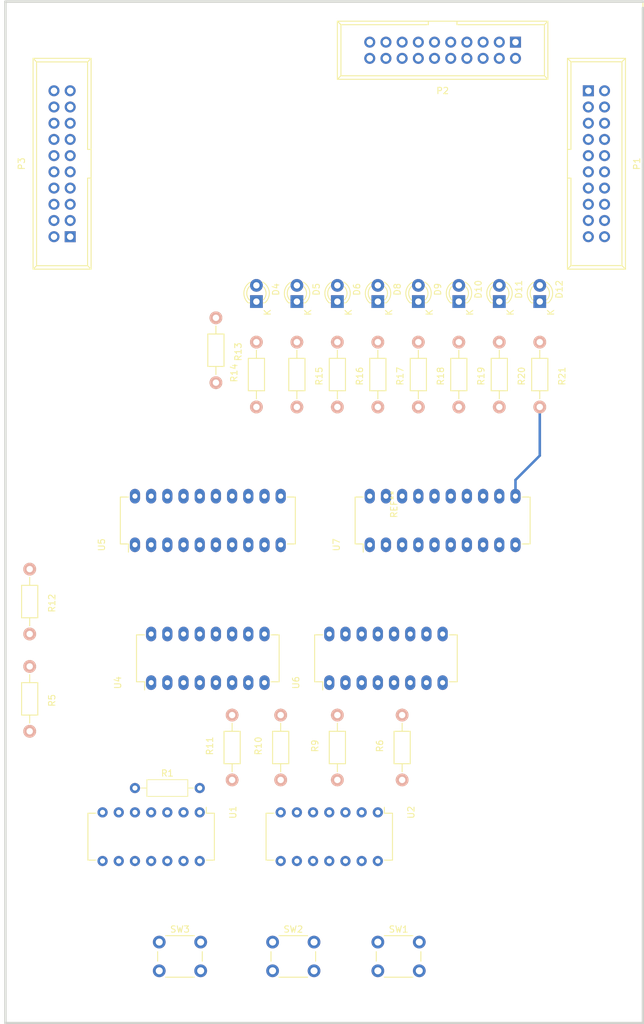
<source format=kicad_pcb>
(kicad_pcb (version 20171130) (host pcbnew 5.0.0-rc2-dev-unknown-0ded476~63~ubuntu16.04.1)

  (general
    (thickness 1.6)
    (drawings 0)
    (tracks 3)
    (zones 0)
    (modules 37)
    (nets 72)
  )

  (page A4 portrait)
  (layers
    (0 F.Cu signal)
    (31 B.Cu signal)
    (32 B.Adhes user)
    (33 F.Adhes user)
    (34 B.Paste user)
    (35 F.Paste user)
    (36 B.SilkS user)
    (37 F.SilkS user)
    (38 B.Mask user)
    (39 F.Mask user)
    (40 Dwgs.User user)
    (41 Cmts.User user)
    (42 Eco1.User user)
    (43 Eco2.User user)
    (44 Edge.Cuts user)
    (45 Margin user)
    (46 B.CrtYd user)
    (47 F.CrtYd user)
    (48 B.Fab user)
    (49 F.Fab user)
  )

  (setup
    (last_trace_width 0.4)
    (trace_clearance 0.2)
    (zone_clearance 0.508)
    (zone_45_only no)
    (trace_min 0.2)
    (segment_width 0.2)
    (edge_width 0.15)
    (via_size 0.6)
    (via_drill 0.4)
    (via_min_size 0.4)
    (via_min_drill 0.3)
    (uvia_size 0.3)
    (uvia_drill 0.1)
    (uvias_allowed no)
    (uvia_min_size 0.2)
    (uvia_min_drill 0.1)
    (pcb_text_width 0.3)
    (pcb_text_size 1.5 1.5)
    (mod_edge_width 0.15)
    (mod_text_size 1 1)
    (mod_text_width 0.15)
    (pad_size 1.524 1.524)
    (pad_drill 0.762)
    (pad_to_mask_clearance 0.2)
    (aux_axis_origin 146.05 62.23)
    (visible_elements FFFFFF7F)
    (pcbplotparams
      (layerselection 0x00030_80000001)
      (usegerberextensions false)
      (usegerberattributes false)
      (usegerberadvancedattributes false)
      (creategerberjobfile false)
      (excludeedgelayer true)
      (linewidth 0.100000)
      (plotframeref false)
      (viasonmask false)
      (mode 1)
      (useauxorigin false)
      (hpglpennumber 1)
      (hpglpenspeed 20)
      (hpglpendiameter 15)
      (psnegative false)
      (psa4output false)
      (plotreference true)
      (plotvalue true)
      (plotinvisibletext false)
      (padsonsilk false)
      (subtractmaskfromsilk false)
      (outputformat 1)
      (mirror false)
      (drillshape 1)
      (scaleselection 1)
      (outputdirectory ""))
  )

  (net 0 "")
  (net 1 "Net-(D4-Pad1)")
  (net 2 VCC)
  (net 3 "Net-(D5-Pad1)")
  (net 4 "Net-(D6-Pad1)")
  (net 5 "Net-(D8-Pad1)")
  (net 6 "Net-(D9-Pad1)")
  (net 7 "Net-(D10-Pad1)")
  (net 8 "Net-(D11-Pad1)")
  (net 9 "Net-(D12-Pad1)")
  (net 10 "Net-(P1-Pad1)")
  (net 11 /a0)
  (net 12 /a1)
  (net 13 /a2)
  (net 14 /a3)
  (net 15 /a4)
  (net 16 /a5)
  (net 17 /a6)
  (net 18 /a7)
  (net 19 "Net-(P3-Pad1)")
  (net 20 up)
  (net 21 down)
  (net 22 "Net-(D3-Pad1)")
  (net 23 GND)
  (net 24 "Net-(R10-Pad1)")
  (net 25 "Net-(D1-Pad2)")
  (net 26 "Net-(R11-Pad1)")
  (net 27 "Net-(D2-Pad2)")
  (net 28 CLR)
  (net 29 "Net-(R12-Pad2)")
  (net 30 "Net-(R13-Pad2)")
  (net 31 "Net-(R14-Pad1)")
  (net 32 "Net-(D7-Pad2)")
  (net 33 "Net-(R15-Pad2)")
  (net 34 "Net-(R16-Pad2)")
  (net 35 "Net-(R17-Pad2)")
  (net 36 "Net-(R18-Pad2)")
  (net 37 "Net-(R19-Pad2)")
  (net 38 "Net-(R20-Pad2)")
  (net 39 "Net-(R21-Pad2)")
  (net 40 "Net-(R1-Pad2)")
  (net 41 "Net-(R4-Pad2)")
  (net 42 "Net-(U4-Pad1)")
  (net 43 "Net-(U4-Pad2)")
  (net 44 "Net-(U4-Pad3)")
  (net 45 "Net-(U2-Pad3)")
  (net 46 "Net-(U4-Pad6)")
  (net 47 "Net-(U4-Pad7)")
  (net 48 "Net-(U4-Pad9)")
  (net 49 "Net-(U4-Pad10)")
  (net 50 load)
  (net 51 "Net-(U4-Pad12)")
  (net 52 "Net-(U4-Pad13)")
  (net 53 "Net-(U4-Pad15)")
  (net 54 "Net-(U3-Pad11)")
  (net 55 "Net-(U5-Pad6)")
  (net 56 "Net-(U5-Pad7)")
  (net 57 "Net-(U5-Pad8)")
  (net 58 "Net-(U5-Pad9)")
  (net 59 "Net-(U5-Pad11)")
  (net 60 "Net-(U5-Pad12)")
  (net 61 "Net-(U5-Pad13)")
  (net 62 "Net-(U5-Pad14)")
  (net 63 "Net-(U6-Pad12)")
  (net 64 "Net-(U6-Pad13)")
  (net 65 "Net-(U1-Pad13)")
  (net 66 "Net-(U1-Pad11)")
  (net 67 "Net-(R3-Pad1)")
  (net 68 "Net-(U1-Pad2)")
  (net 69 "Net-(R2-Pad2)")
  (net 70 "Net-(U1-Pad3)")
  (net 71 "Net-(U2-Pad11)")

  (net_class Default "This is the default net class."
    (clearance 0.2)
    (trace_width 0.4)
    (via_dia 0.6)
    (via_drill 0.4)
    (uvia_dia 0.3)
    (uvia_drill 0.1)
    (add_net /a0)
    (add_net /a1)
    (add_net /a2)
    (add_net /a3)
    (add_net /a4)
    (add_net /a5)
    (add_net /a6)
    (add_net /a7)
    (add_net CLR)
    (add_net GND)
    (add_net "Net-(D1-Pad2)")
    (add_net "Net-(D10-Pad1)")
    (add_net "Net-(D11-Pad1)")
    (add_net "Net-(D12-Pad1)")
    (add_net "Net-(D2-Pad2)")
    (add_net "Net-(D3-Pad1)")
    (add_net "Net-(D4-Pad1)")
    (add_net "Net-(D5-Pad1)")
    (add_net "Net-(D6-Pad1)")
    (add_net "Net-(D7-Pad2)")
    (add_net "Net-(D8-Pad1)")
    (add_net "Net-(D9-Pad1)")
    (add_net "Net-(P1-Pad1)")
    (add_net "Net-(P3-Pad1)")
    (add_net "Net-(R1-Pad2)")
    (add_net "Net-(R10-Pad1)")
    (add_net "Net-(R11-Pad1)")
    (add_net "Net-(R12-Pad2)")
    (add_net "Net-(R13-Pad2)")
    (add_net "Net-(R14-Pad1)")
    (add_net "Net-(R15-Pad2)")
    (add_net "Net-(R16-Pad2)")
    (add_net "Net-(R17-Pad2)")
    (add_net "Net-(R18-Pad2)")
    (add_net "Net-(R19-Pad2)")
    (add_net "Net-(R2-Pad2)")
    (add_net "Net-(R20-Pad2)")
    (add_net "Net-(R21-Pad2)")
    (add_net "Net-(R3-Pad1)")
    (add_net "Net-(R4-Pad2)")
    (add_net "Net-(U1-Pad11)")
    (add_net "Net-(U1-Pad13)")
    (add_net "Net-(U1-Pad2)")
    (add_net "Net-(U1-Pad3)")
    (add_net "Net-(U2-Pad11)")
    (add_net "Net-(U2-Pad3)")
    (add_net "Net-(U3-Pad11)")
    (add_net "Net-(U4-Pad1)")
    (add_net "Net-(U4-Pad10)")
    (add_net "Net-(U4-Pad12)")
    (add_net "Net-(U4-Pad13)")
    (add_net "Net-(U4-Pad15)")
    (add_net "Net-(U4-Pad2)")
    (add_net "Net-(U4-Pad3)")
    (add_net "Net-(U4-Pad6)")
    (add_net "Net-(U4-Pad7)")
    (add_net "Net-(U4-Pad9)")
    (add_net "Net-(U5-Pad11)")
    (add_net "Net-(U5-Pad12)")
    (add_net "Net-(U5-Pad13)")
    (add_net "Net-(U5-Pad14)")
    (add_net "Net-(U5-Pad6)")
    (add_net "Net-(U5-Pad7)")
    (add_net "Net-(U5-Pad8)")
    (add_net "Net-(U5-Pad9)")
    (add_net "Net-(U6-Pad12)")
    (add_net "Net-(U6-Pad13)")
    (add_net VCC)
    (add_net down)
    (add_net load)
    (add_net up)
  )

  (module LEDs:LED-3MM (layer F.Cu) (tedit 559B82F6) (tstamp 5845958C)
    (at 90.17 104.14 90)
    (descr "LED 3mm round vertical")
    (tags "LED  3mm round vertical")
    (path /57E93FFA)
    (fp_text reference D4 (at 1.91 3.06 90) (layer F.SilkS)
      (effects (font (size 1 1) (thickness 0.15)))
    )
    (fp_text value LED (at 1.3 -2.9 90) (layer F.Fab)
      (effects (font (size 1 1) (thickness 0.15)))
    )
    (fp_line (start -1.2 2.3) (end 3.8 2.3) (layer F.CrtYd) (width 0.05))
    (fp_line (start 3.8 2.3) (end 3.8 -2.2) (layer F.CrtYd) (width 0.05))
    (fp_line (start 3.8 -2.2) (end -1.2 -2.2) (layer F.CrtYd) (width 0.05))
    (fp_line (start -1.2 -2.2) (end -1.2 2.3) (layer F.CrtYd) (width 0.05))
    (fp_line (start -0.199 1.314) (end -0.199 1.114) (layer F.SilkS) (width 0.15))
    (fp_line (start -0.199 -1.28) (end -0.199 -1.1) (layer F.SilkS) (width 0.15))
    (fp_arc (start 1.301 0.034) (end -0.199 -1.286) (angle 108.5) (layer F.SilkS) (width 0.15))
    (fp_arc (start 1.301 0.034) (end 0.25 -1.1) (angle 85.7) (layer F.SilkS) (width 0.15))
    (fp_arc (start 1.311 0.034) (end 3.051 0.994) (angle 110) (layer F.SilkS) (width 0.15))
    (fp_arc (start 1.301 0.034) (end 2.335 1.094) (angle 87.5) (layer F.SilkS) (width 0.15))
    (fp_text user K (at -1.69 1.74 90) (layer F.SilkS)
      (effects (font (size 1 1) (thickness 0.15)))
    )
    (pad 1 thru_hole rect (at 0 0 180) (size 2 2) (drill 1.00076) (layers *.Cu *.Mask)
      (net 1 "Net-(D4-Pad1)"))
    (pad 2 thru_hole circle (at 2.54 0 90) (size 2 2) (drill 1.00076) (layers *.Cu *.Mask)
      (net 2 VCC))
    (model LEDs.3dshapes/LED-3MM.wrl
      (offset (xyz 1.269999980926514 0 0))
      (scale (xyz 1 1 1))
      (rotate (xyz 0 0 90))
    )
  )

  (module LEDs:LED-3MM (layer F.Cu) (tedit 559B82F6) (tstamp 5845959D)
    (at 96.52 104.14 90)
    (descr "LED 3mm round vertical")
    (tags "LED  3mm round vertical")
    (path /57E93FCF)
    (fp_text reference D5 (at 1.91 3.06 90) (layer F.SilkS)
      (effects (font (size 1 1) (thickness 0.15)))
    )
    (fp_text value LED (at 1.3 -2.9 90) (layer F.Fab)
      (effects (font (size 1 1) (thickness 0.15)))
    )
    (fp_line (start -1.2 2.3) (end 3.8 2.3) (layer F.CrtYd) (width 0.05))
    (fp_line (start 3.8 2.3) (end 3.8 -2.2) (layer F.CrtYd) (width 0.05))
    (fp_line (start 3.8 -2.2) (end -1.2 -2.2) (layer F.CrtYd) (width 0.05))
    (fp_line (start -1.2 -2.2) (end -1.2 2.3) (layer F.CrtYd) (width 0.05))
    (fp_line (start -0.199 1.314) (end -0.199 1.114) (layer F.SilkS) (width 0.15))
    (fp_line (start -0.199 -1.28) (end -0.199 -1.1) (layer F.SilkS) (width 0.15))
    (fp_arc (start 1.301 0.034) (end -0.199 -1.286) (angle 108.5) (layer F.SilkS) (width 0.15))
    (fp_arc (start 1.301 0.034) (end 0.25 -1.1) (angle 85.7) (layer F.SilkS) (width 0.15))
    (fp_arc (start 1.311 0.034) (end 3.051 0.994) (angle 110) (layer F.SilkS) (width 0.15))
    (fp_arc (start 1.301 0.034) (end 2.335 1.094) (angle 87.5) (layer F.SilkS) (width 0.15))
    (fp_text user K (at -1.69 1.74 90) (layer F.SilkS)
      (effects (font (size 1 1) (thickness 0.15)))
    )
    (pad 1 thru_hole rect (at 0 0 180) (size 2 2) (drill 1.00076) (layers *.Cu *.Mask)
      (net 3 "Net-(D5-Pad1)"))
    (pad 2 thru_hole circle (at 2.54 0 90) (size 2 2) (drill 1.00076) (layers *.Cu *.Mask)
      (net 2 VCC))
    (model LEDs.3dshapes/LED-3MM.wrl
      (offset (xyz 1.269999980926514 0 0))
      (scale (xyz 1 1 1))
      (rotate (xyz 0 0 90))
    )
  )

  (module LEDs:LED-3MM (layer F.Cu) (tedit 559B82F6) (tstamp 584595AE)
    (at 102.87 104.14 90)
    (descr "LED 3mm round vertical")
    (tags "LED  3mm round vertical")
    (path /57E93FA3)
    (fp_text reference D6 (at 1.91 3.06 90) (layer F.SilkS)
      (effects (font (size 1 1) (thickness 0.15)))
    )
    (fp_text value LED (at 1.3 -2.9 90) (layer F.Fab)
      (effects (font (size 1 1) (thickness 0.15)))
    )
    (fp_line (start -1.2 2.3) (end 3.8 2.3) (layer F.CrtYd) (width 0.05))
    (fp_line (start 3.8 2.3) (end 3.8 -2.2) (layer F.CrtYd) (width 0.05))
    (fp_line (start 3.8 -2.2) (end -1.2 -2.2) (layer F.CrtYd) (width 0.05))
    (fp_line (start -1.2 -2.2) (end -1.2 2.3) (layer F.CrtYd) (width 0.05))
    (fp_line (start -0.199 1.314) (end -0.199 1.114) (layer F.SilkS) (width 0.15))
    (fp_line (start -0.199 -1.28) (end -0.199 -1.1) (layer F.SilkS) (width 0.15))
    (fp_arc (start 1.301 0.034) (end -0.199 -1.286) (angle 108.5) (layer F.SilkS) (width 0.15))
    (fp_arc (start 1.301 0.034) (end 0.25 -1.1) (angle 85.7) (layer F.SilkS) (width 0.15))
    (fp_arc (start 1.311 0.034) (end 3.051 0.994) (angle 110) (layer F.SilkS) (width 0.15))
    (fp_arc (start 1.301 0.034) (end 2.335 1.094) (angle 87.5) (layer F.SilkS) (width 0.15))
    (fp_text user K (at -1.69 1.74 90) (layer F.SilkS)
      (effects (font (size 1 1) (thickness 0.15)))
    )
    (pad 1 thru_hole rect (at 0 0 180) (size 2 2) (drill 1.00076) (layers *.Cu *.Mask)
      (net 4 "Net-(D6-Pad1)"))
    (pad 2 thru_hole circle (at 2.54 0 90) (size 2 2) (drill 1.00076) (layers *.Cu *.Mask)
      (net 2 VCC))
    (model LEDs.3dshapes/LED-3MM.wrl
      (offset (xyz 1.269999980926514 0 0))
      (scale (xyz 1 1 1))
      (rotate (xyz 0 0 90))
    )
  )

  (module LEDs:LED-3MM (layer F.Cu) (tedit 559B82F6) (tstamp 584595BF)
    (at 109.22 104.14 90)
    (descr "LED 3mm round vertical")
    (tags "LED  3mm round vertical")
    (path /57E93F7E)
    (fp_text reference D8 (at 1.91 3.06 90) (layer F.SilkS)
      (effects (font (size 1 1) (thickness 0.15)))
    )
    (fp_text value LED (at 1.3 -2.9 90) (layer F.Fab)
      (effects (font (size 1 1) (thickness 0.15)))
    )
    (fp_line (start -1.2 2.3) (end 3.8 2.3) (layer F.CrtYd) (width 0.05))
    (fp_line (start 3.8 2.3) (end 3.8 -2.2) (layer F.CrtYd) (width 0.05))
    (fp_line (start 3.8 -2.2) (end -1.2 -2.2) (layer F.CrtYd) (width 0.05))
    (fp_line (start -1.2 -2.2) (end -1.2 2.3) (layer F.CrtYd) (width 0.05))
    (fp_line (start -0.199 1.314) (end -0.199 1.114) (layer F.SilkS) (width 0.15))
    (fp_line (start -0.199 -1.28) (end -0.199 -1.1) (layer F.SilkS) (width 0.15))
    (fp_arc (start 1.301 0.034) (end -0.199 -1.286) (angle 108.5) (layer F.SilkS) (width 0.15))
    (fp_arc (start 1.301 0.034) (end 0.25 -1.1) (angle 85.7) (layer F.SilkS) (width 0.15))
    (fp_arc (start 1.311 0.034) (end 3.051 0.994) (angle 110) (layer F.SilkS) (width 0.15))
    (fp_arc (start 1.301 0.034) (end 2.335 1.094) (angle 87.5) (layer F.SilkS) (width 0.15))
    (fp_text user K (at -1.69 1.74 90) (layer F.SilkS)
      (effects (font (size 1 1) (thickness 0.15)))
    )
    (pad 1 thru_hole rect (at 0 0 180) (size 2 2) (drill 1.00076) (layers *.Cu *.Mask)
      (net 5 "Net-(D8-Pad1)"))
    (pad 2 thru_hole circle (at 2.54 0 90) (size 2 2) (drill 1.00076) (layers *.Cu *.Mask)
      (net 2 VCC))
    (model LEDs.3dshapes/LED-3MM.wrl
      (offset (xyz 1.269999980926514 0 0))
      (scale (xyz 1 1 1))
      (rotate (xyz 0 0 90))
    )
  )

  (module LEDs:LED-3MM (layer F.Cu) (tedit 559B82F6) (tstamp 584595D0)
    (at 115.57 104.14 90)
    (descr "LED 3mm round vertical")
    (tags "LED  3mm round vertical")
    (path /57E93F38)
    (fp_text reference D9 (at 1.91 3.06 90) (layer F.SilkS)
      (effects (font (size 1 1) (thickness 0.15)))
    )
    (fp_text value LED (at 1.3 -2.9 90) (layer F.Fab)
      (effects (font (size 1 1) (thickness 0.15)))
    )
    (fp_line (start -1.2 2.3) (end 3.8 2.3) (layer F.CrtYd) (width 0.05))
    (fp_line (start 3.8 2.3) (end 3.8 -2.2) (layer F.CrtYd) (width 0.05))
    (fp_line (start 3.8 -2.2) (end -1.2 -2.2) (layer F.CrtYd) (width 0.05))
    (fp_line (start -1.2 -2.2) (end -1.2 2.3) (layer F.CrtYd) (width 0.05))
    (fp_line (start -0.199 1.314) (end -0.199 1.114) (layer F.SilkS) (width 0.15))
    (fp_line (start -0.199 -1.28) (end -0.199 -1.1) (layer F.SilkS) (width 0.15))
    (fp_arc (start 1.301 0.034) (end -0.199 -1.286) (angle 108.5) (layer F.SilkS) (width 0.15))
    (fp_arc (start 1.301 0.034) (end 0.25 -1.1) (angle 85.7) (layer F.SilkS) (width 0.15))
    (fp_arc (start 1.311 0.034) (end 3.051 0.994) (angle 110) (layer F.SilkS) (width 0.15))
    (fp_arc (start 1.301 0.034) (end 2.335 1.094) (angle 87.5) (layer F.SilkS) (width 0.15))
    (fp_text user K (at -1.69 1.74 90) (layer F.SilkS)
      (effects (font (size 1 1) (thickness 0.15)))
    )
    (pad 1 thru_hole rect (at 0 0 180) (size 2 2) (drill 1.00076) (layers *.Cu *.Mask)
      (net 6 "Net-(D9-Pad1)"))
    (pad 2 thru_hole circle (at 2.54 0 90) (size 2 2) (drill 1.00076) (layers *.Cu *.Mask)
      (net 2 VCC))
    (model LEDs.3dshapes/LED-3MM.wrl
      (offset (xyz 1.269999980926514 0 0))
      (scale (xyz 1 1 1))
      (rotate (xyz 0 0 90))
    )
  )

  (module LEDs:LED-3MM (layer F.Cu) (tedit 559B82F6) (tstamp 584595E1)
    (at 121.92 104.14 90)
    (descr "LED 3mm round vertical")
    (tags "LED  3mm round vertical")
    (path /57E93ED1)
    (fp_text reference D10 (at 1.91 3.06 90) (layer F.SilkS)
      (effects (font (size 1 1) (thickness 0.15)))
    )
    (fp_text value LED (at 1.3 -2.9 90) (layer F.Fab)
      (effects (font (size 1 1) (thickness 0.15)))
    )
    (fp_line (start -1.2 2.3) (end 3.8 2.3) (layer F.CrtYd) (width 0.05))
    (fp_line (start 3.8 2.3) (end 3.8 -2.2) (layer F.CrtYd) (width 0.05))
    (fp_line (start 3.8 -2.2) (end -1.2 -2.2) (layer F.CrtYd) (width 0.05))
    (fp_line (start -1.2 -2.2) (end -1.2 2.3) (layer F.CrtYd) (width 0.05))
    (fp_line (start -0.199 1.314) (end -0.199 1.114) (layer F.SilkS) (width 0.15))
    (fp_line (start -0.199 -1.28) (end -0.199 -1.1) (layer F.SilkS) (width 0.15))
    (fp_arc (start 1.301 0.034) (end -0.199 -1.286) (angle 108.5) (layer F.SilkS) (width 0.15))
    (fp_arc (start 1.301 0.034) (end 0.25 -1.1) (angle 85.7) (layer F.SilkS) (width 0.15))
    (fp_arc (start 1.311 0.034) (end 3.051 0.994) (angle 110) (layer F.SilkS) (width 0.15))
    (fp_arc (start 1.301 0.034) (end 2.335 1.094) (angle 87.5) (layer F.SilkS) (width 0.15))
    (fp_text user K (at -1.69 1.74 90) (layer F.SilkS)
      (effects (font (size 1 1) (thickness 0.15)))
    )
    (pad 1 thru_hole rect (at 0 0 180) (size 2 2) (drill 1.00076) (layers *.Cu *.Mask)
      (net 7 "Net-(D10-Pad1)"))
    (pad 2 thru_hole circle (at 2.54 0 90) (size 2 2) (drill 1.00076) (layers *.Cu *.Mask)
      (net 2 VCC))
    (model LEDs.3dshapes/LED-3MM.wrl
      (offset (xyz 1.269999980926514 0 0))
      (scale (xyz 1 1 1))
      (rotate (xyz 0 0 90))
    )
  )

  (module LEDs:LED-3MM (layer F.Cu) (tedit 559B82F6) (tstamp 584595F2)
    (at 128.27 104.14 90)
    (descr "LED 3mm round vertical")
    (tags "LED  3mm round vertical")
    (path /57E93CED)
    (fp_text reference D11 (at 1.91 3.06 90) (layer F.SilkS)
      (effects (font (size 1 1) (thickness 0.15)))
    )
    (fp_text value LED (at 1.3 -2.9 90) (layer F.Fab)
      (effects (font (size 1 1) (thickness 0.15)))
    )
    (fp_line (start -1.2 2.3) (end 3.8 2.3) (layer F.CrtYd) (width 0.05))
    (fp_line (start 3.8 2.3) (end 3.8 -2.2) (layer F.CrtYd) (width 0.05))
    (fp_line (start 3.8 -2.2) (end -1.2 -2.2) (layer F.CrtYd) (width 0.05))
    (fp_line (start -1.2 -2.2) (end -1.2 2.3) (layer F.CrtYd) (width 0.05))
    (fp_line (start -0.199 1.314) (end -0.199 1.114) (layer F.SilkS) (width 0.15))
    (fp_line (start -0.199 -1.28) (end -0.199 -1.1) (layer F.SilkS) (width 0.15))
    (fp_arc (start 1.301 0.034) (end -0.199 -1.286) (angle 108.5) (layer F.SilkS) (width 0.15))
    (fp_arc (start 1.301 0.034) (end 0.25 -1.1) (angle 85.7) (layer F.SilkS) (width 0.15))
    (fp_arc (start 1.311 0.034) (end 3.051 0.994) (angle 110) (layer F.SilkS) (width 0.15))
    (fp_arc (start 1.301 0.034) (end 2.335 1.094) (angle 87.5) (layer F.SilkS) (width 0.15))
    (fp_text user K (at -1.69 1.74 90) (layer F.SilkS)
      (effects (font (size 1 1) (thickness 0.15)))
    )
    (pad 1 thru_hole rect (at 0 0 180) (size 2 2) (drill 1.00076) (layers *.Cu *.Mask)
      (net 8 "Net-(D11-Pad1)"))
    (pad 2 thru_hole circle (at 2.54 0 90) (size 2 2) (drill 1.00076) (layers *.Cu *.Mask)
      (net 2 VCC))
    (model LEDs.3dshapes/LED-3MM.wrl
      (offset (xyz 1.269999980926514 0 0))
      (scale (xyz 1 1 1))
      (rotate (xyz 0 0 90))
    )
  )

  (module LEDs:LED-3MM (layer F.Cu) (tedit 559B82F6) (tstamp 58459603)
    (at 134.62 104.14 90)
    (descr "LED 3mm round vertical")
    (tags "LED  3mm round vertical")
    (path /57E93BF0)
    (fp_text reference D12 (at 1.91 3.06 90) (layer F.SilkS)
      (effects (font (size 1 1) (thickness 0.15)))
    )
    (fp_text value LED (at 1.3 -2.9 90) (layer F.Fab)
      (effects (font (size 1 1) (thickness 0.15)))
    )
    (fp_line (start -1.2 2.3) (end 3.8 2.3) (layer F.CrtYd) (width 0.05))
    (fp_line (start 3.8 2.3) (end 3.8 -2.2) (layer F.CrtYd) (width 0.05))
    (fp_line (start 3.8 -2.2) (end -1.2 -2.2) (layer F.CrtYd) (width 0.05))
    (fp_line (start -1.2 -2.2) (end -1.2 2.3) (layer F.CrtYd) (width 0.05))
    (fp_line (start -0.199 1.314) (end -0.199 1.114) (layer F.SilkS) (width 0.15))
    (fp_line (start -0.199 -1.28) (end -0.199 -1.1) (layer F.SilkS) (width 0.15))
    (fp_arc (start 1.301 0.034) (end -0.199 -1.286) (angle 108.5) (layer F.SilkS) (width 0.15))
    (fp_arc (start 1.301 0.034) (end 0.25 -1.1) (angle 85.7) (layer F.SilkS) (width 0.15))
    (fp_arc (start 1.311 0.034) (end 3.051 0.994) (angle 110) (layer F.SilkS) (width 0.15))
    (fp_arc (start 1.301 0.034) (end 2.335 1.094) (angle 87.5) (layer F.SilkS) (width 0.15))
    (fp_text user K (at -1.69 1.74 90) (layer F.SilkS)
      (effects (font (size 1 1) (thickness 0.15)))
    )
    (pad 1 thru_hole rect (at 0 0 180) (size 2 2) (drill 1.00076) (layers *.Cu *.Mask)
      (net 9 "Net-(D12-Pad1)"))
    (pad 2 thru_hole circle (at 2.54 0 90) (size 2 2) (drill 1.00076) (layers *.Cu *.Mask)
      (net 2 VCC))
    (model LEDs.3dshapes/LED-3MM.wrl
      (offset (xyz 1.269999980926514 0 0))
      (scale (xyz 1 1 1))
      (rotate (xyz 0 0 90))
    )
  )

  (module Connect:IDC_Header_Straight_20pins (layer F.Cu) (tedit 0) (tstamp 5845962E)
    (at 142.24 71.12 270)
    (descr "20 pins through hole IDC header")
    (tags "IDC header socket VASCH")
    (path /58057A43)
    (fp_text reference P1 (at 11.43 -7.62 270) (layer F.SilkS)
      (effects (font (size 1 1) (thickness 0.15)))
    )
    (fp_text value CONN_02X10 (at 11.43 5.223 270) (layer F.Fab)
      (effects (font (size 1 1) (thickness 0.15)))
    )
    (fp_line (start -5.08 -5.82) (end 27.94 -5.82) (layer F.SilkS) (width 0.15))
    (fp_line (start -4.54 -5.27) (end 27.38 -5.27) (layer F.SilkS) (width 0.15))
    (fp_line (start -5.08 3.28) (end 27.94 3.28) (layer F.SilkS) (width 0.15))
    (fp_line (start -4.54 2.73) (end 9.18 2.73) (layer F.SilkS) (width 0.15))
    (fp_line (start 13.68 2.73) (end 27.38 2.73) (layer F.SilkS) (width 0.15))
    (fp_line (start 9.18 2.73) (end 9.18 3.28) (layer F.SilkS) (width 0.15))
    (fp_line (start 13.68 2.73) (end 13.68 3.28) (layer F.SilkS) (width 0.15))
    (fp_line (start -5.08 -5.82) (end -5.08 3.28) (layer F.SilkS) (width 0.15))
    (fp_line (start -4.54 -5.27) (end -4.54 2.73) (layer F.SilkS) (width 0.15))
    (fp_line (start 27.94 -5.82) (end 27.94 3.28) (layer F.SilkS) (width 0.15))
    (fp_line (start 27.38 -5.27) (end 27.38 2.73) (layer F.SilkS) (width 0.15))
    (fp_line (start -5.08 -5.82) (end -4.54 -5.27) (layer F.SilkS) (width 0.15))
    (fp_line (start 27.94 -5.82) (end 27.38 -5.27) (layer F.SilkS) (width 0.15))
    (fp_line (start -5.08 3.28) (end -4.54 2.73) (layer F.SilkS) (width 0.15))
    (fp_line (start 27.94 3.28) (end 27.38 2.73) (layer F.SilkS) (width 0.15))
    (fp_line (start -5.35 -6.05) (end 28.2 -6.05) (layer F.CrtYd) (width 0.05))
    (fp_line (start 28.2 -6.05) (end 28.2 3.55) (layer F.CrtYd) (width 0.05))
    (fp_line (start 28.2 3.55) (end -5.35 3.55) (layer F.CrtYd) (width 0.05))
    (fp_line (start -5.35 3.55) (end -5.35 -6.05) (layer F.CrtYd) (width 0.05))
    (pad 1 thru_hole rect (at 0 0 270) (size 1.7272 1.7272) (drill 1.016) (layers *.Cu *.Mask)
      (net 10 "Net-(P1-Pad1)"))
    (pad 2 thru_hole oval (at 0 -2.54 270) (size 1.7272 1.7272) (drill 1.016) (layers *.Cu *.Mask)
      (net 10 "Net-(P1-Pad1)"))
    (pad 3 thru_hole oval (at 2.54 0 270) (size 1.7272 1.7272) (drill 1.016) (layers *.Cu *.Mask)
      (net 10 "Net-(P1-Pad1)"))
    (pad 4 thru_hole oval (at 2.54 -2.54 270) (size 1.7272 1.7272) (drill 1.016) (layers *.Cu *.Mask)
      (net 11 /a0))
    (pad 5 thru_hole oval (at 5.08 0 270) (size 1.7272 1.7272) (drill 1.016) (layers *.Cu *.Mask)
      (net 10 "Net-(P1-Pad1)"))
    (pad 6 thru_hole oval (at 5.08 -2.54 270) (size 1.7272 1.7272) (drill 1.016) (layers *.Cu *.Mask)
      (net 12 /a1))
    (pad 7 thru_hole oval (at 7.62 0 270) (size 1.7272 1.7272) (drill 1.016) (layers *.Cu *.Mask)
      (net 10 "Net-(P1-Pad1)"))
    (pad 8 thru_hole oval (at 7.62 -2.54 270) (size 1.7272 1.7272) (drill 1.016) (layers *.Cu *.Mask)
      (net 13 /a2))
    (pad 9 thru_hole oval (at 10.16 0 270) (size 1.7272 1.7272) (drill 1.016) (layers *.Cu *.Mask)
      (net 10 "Net-(P1-Pad1)"))
    (pad 10 thru_hole oval (at 10.16 -2.54 270) (size 1.7272 1.7272) (drill 1.016) (layers *.Cu *.Mask)
      (net 14 /a3))
    (pad 11 thru_hole oval (at 12.7 0 270) (size 1.7272 1.7272) (drill 1.016) (layers *.Cu *.Mask)
      (net 10 "Net-(P1-Pad1)"))
    (pad 12 thru_hole oval (at 12.7 -2.54 270) (size 1.7272 1.7272) (drill 1.016) (layers *.Cu *.Mask)
      (net 15 /a4))
    (pad 13 thru_hole oval (at 15.24 0 270) (size 1.7272 1.7272) (drill 1.016) (layers *.Cu *.Mask)
      (net 10 "Net-(P1-Pad1)"))
    (pad 14 thru_hole oval (at 15.24 -2.54 270) (size 1.7272 1.7272) (drill 1.016) (layers *.Cu *.Mask)
      (net 16 /a5))
    (pad 15 thru_hole oval (at 17.78 0 270) (size 1.7272 1.7272) (drill 1.016) (layers *.Cu *.Mask)
      (net 10 "Net-(P1-Pad1)"))
    (pad 16 thru_hole oval (at 17.78 -2.54 270) (size 1.7272 1.7272) (drill 1.016) (layers *.Cu *.Mask)
      (net 17 /a6))
    (pad 17 thru_hole oval (at 20.32 0 270) (size 1.7272 1.7272) (drill 1.016) (layers *.Cu *.Mask)
      (net 10 "Net-(P1-Pad1)"))
    (pad 18 thru_hole oval (at 20.32 -2.54 270) (size 1.7272 1.7272) (drill 1.016) (layers *.Cu *.Mask)
      (net 18 /a7))
    (pad 19 thru_hole oval (at 22.86 0 270) (size 1.7272 1.7272) (drill 1.016) (layers *.Cu *.Mask)
      (net 10 "Net-(P1-Pad1)"))
    (pad 20 thru_hole oval (at 22.86 -2.54 270) (size 1.7272 1.7272) (drill 1.016) (layers *.Cu *.Mask)
      (net 10 "Net-(P1-Pad1)"))
  )

  (module Connect:IDC_Header_Straight_20pins (layer F.Cu) (tedit 0) (tstamp 58459659)
    (at 130.81 63.5 180)
    (descr "20 pins through hole IDC header")
    (tags "IDC header socket VASCH")
    (path /5805867B)
    (fp_text reference P2 (at 11.43 -7.62 180) (layer F.SilkS)
      (effects (font (size 1 1) (thickness 0.15)))
    )
    (fp_text value CONN_02X10 (at 11.43 5.223 180) (layer F.Fab)
      (effects (font (size 1 1) (thickness 0.15)))
    )
    (fp_line (start -5.08 -5.82) (end 27.94 -5.82) (layer F.SilkS) (width 0.15))
    (fp_line (start -4.54 -5.27) (end 27.38 -5.27) (layer F.SilkS) (width 0.15))
    (fp_line (start -5.08 3.28) (end 27.94 3.28) (layer F.SilkS) (width 0.15))
    (fp_line (start -4.54 2.73) (end 9.18 2.73) (layer F.SilkS) (width 0.15))
    (fp_line (start 13.68 2.73) (end 27.38 2.73) (layer F.SilkS) (width 0.15))
    (fp_line (start 9.18 2.73) (end 9.18 3.28) (layer F.SilkS) (width 0.15))
    (fp_line (start 13.68 2.73) (end 13.68 3.28) (layer F.SilkS) (width 0.15))
    (fp_line (start -5.08 -5.82) (end -5.08 3.28) (layer F.SilkS) (width 0.15))
    (fp_line (start -4.54 -5.27) (end -4.54 2.73) (layer F.SilkS) (width 0.15))
    (fp_line (start 27.94 -5.82) (end 27.94 3.28) (layer F.SilkS) (width 0.15))
    (fp_line (start 27.38 -5.27) (end 27.38 2.73) (layer F.SilkS) (width 0.15))
    (fp_line (start -5.08 -5.82) (end -4.54 -5.27) (layer F.SilkS) (width 0.15))
    (fp_line (start 27.94 -5.82) (end 27.38 -5.27) (layer F.SilkS) (width 0.15))
    (fp_line (start -5.08 3.28) (end -4.54 2.73) (layer F.SilkS) (width 0.15))
    (fp_line (start 27.94 3.28) (end 27.38 2.73) (layer F.SilkS) (width 0.15))
    (fp_line (start -5.35 -6.05) (end 28.2 -6.05) (layer F.CrtYd) (width 0.05))
    (fp_line (start 28.2 -6.05) (end 28.2 3.55) (layer F.CrtYd) (width 0.05))
    (fp_line (start 28.2 3.55) (end -5.35 3.55) (layer F.CrtYd) (width 0.05))
    (fp_line (start -5.35 3.55) (end -5.35 -6.05) (layer F.CrtYd) (width 0.05))
    (pad 1 thru_hole rect (at 0 0 180) (size 1.7272 1.7272) (drill 1.016) (layers *.Cu *.Mask)
      (net 10 "Net-(P1-Pad1)"))
    (pad 2 thru_hole oval (at 0 -2.54 180) (size 1.7272 1.7272) (drill 1.016) (layers *.Cu *.Mask)
      (net 10 "Net-(P1-Pad1)"))
    (pad 3 thru_hole oval (at 2.54 0 180) (size 1.7272 1.7272) (drill 1.016) (layers *.Cu *.Mask)
      (net 10 "Net-(P1-Pad1)"))
    (pad 4 thru_hole oval (at 2.54 -2.54 180) (size 1.7272 1.7272) (drill 1.016) (layers *.Cu *.Mask)
      (net 11 /a0))
    (pad 5 thru_hole oval (at 5.08 0 180) (size 1.7272 1.7272) (drill 1.016) (layers *.Cu *.Mask)
      (net 10 "Net-(P1-Pad1)"))
    (pad 6 thru_hole oval (at 5.08 -2.54 180) (size 1.7272 1.7272) (drill 1.016) (layers *.Cu *.Mask)
      (net 12 /a1))
    (pad 7 thru_hole oval (at 7.62 0 180) (size 1.7272 1.7272) (drill 1.016) (layers *.Cu *.Mask)
      (net 10 "Net-(P1-Pad1)"))
    (pad 8 thru_hole oval (at 7.62 -2.54 180) (size 1.7272 1.7272) (drill 1.016) (layers *.Cu *.Mask)
      (net 13 /a2))
    (pad 9 thru_hole oval (at 10.16 0 180) (size 1.7272 1.7272) (drill 1.016) (layers *.Cu *.Mask)
      (net 10 "Net-(P1-Pad1)"))
    (pad 10 thru_hole oval (at 10.16 -2.54 180) (size 1.7272 1.7272) (drill 1.016) (layers *.Cu *.Mask)
      (net 14 /a3))
    (pad 11 thru_hole oval (at 12.7 0 180) (size 1.7272 1.7272) (drill 1.016) (layers *.Cu *.Mask)
      (net 10 "Net-(P1-Pad1)"))
    (pad 12 thru_hole oval (at 12.7 -2.54 180) (size 1.7272 1.7272) (drill 1.016) (layers *.Cu *.Mask)
      (net 15 /a4))
    (pad 13 thru_hole oval (at 15.24 0 180) (size 1.7272 1.7272) (drill 1.016) (layers *.Cu *.Mask)
      (net 10 "Net-(P1-Pad1)"))
    (pad 14 thru_hole oval (at 15.24 -2.54 180) (size 1.7272 1.7272) (drill 1.016) (layers *.Cu *.Mask)
      (net 16 /a5))
    (pad 15 thru_hole oval (at 17.78 0 180) (size 1.7272 1.7272) (drill 1.016) (layers *.Cu *.Mask)
      (net 10 "Net-(P1-Pad1)"))
    (pad 16 thru_hole oval (at 17.78 -2.54 180) (size 1.7272 1.7272) (drill 1.016) (layers *.Cu *.Mask)
      (net 17 /a6))
    (pad 17 thru_hole oval (at 20.32 0 180) (size 1.7272 1.7272) (drill 1.016) (layers *.Cu *.Mask)
      (net 10 "Net-(P1-Pad1)"))
    (pad 18 thru_hole oval (at 20.32 -2.54 180) (size 1.7272 1.7272) (drill 1.016) (layers *.Cu *.Mask)
      (net 18 /a7))
    (pad 19 thru_hole oval (at 22.86 0 180) (size 1.7272 1.7272) (drill 1.016) (layers *.Cu *.Mask)
      (net 10 "Net-(P1-Pad1)"))
    (pad 20 thru_hole oval (at 22.86 -2.54 180) (size 1.7272 1.7272) (drill 1.016) (layers *.Cu *.Mask)
      (net 10 "Net-(P1-Pad1)"))
  )

  (module Connect:IDC_Header_Straight_20pins (layer F.Cu) (tedit 0) (tstamp 58459684)
    (at 60.96 93.98 90)
    (descr "20 pins through hole IDC header")
    (tags "IDC header socket VASCH")
    (path /58058F42)
    (fp_text reference P3 (at 11.43 -7.62 90) (layer F.SilkS)
      (effects (font (size 1 1) (thickness 0.15)))
    )
    (fp_text value CONN_02X10 (at 11.43 5.223 90) (layer F.Fab)
      (effects (font (size 1 1) (thickness 0.15)))
    )
    (fp_line (start -5.08 -5.82) (end 27.94 -5.82) (layer F.SilkS) (width 0.15))
    (fp_line (start -4.54 -5.27) (end 27.38 -5.27) (layer F.SilkS) (width 0.15))
    (fp_line (start -5.08 3.28) (end 27.94 3.28) (layer F.SilkS) (width 0.15))
    (fp_line (start -4.54 2.73) (end 9.18 2.73) (layer F.SilkS) (width 0.15))
    (fp_line (start 13.68 2.73) (end 27.38 2.73) (layer F.SilkS) (width 0.15))
    (fp_line (start 9.18 2.73) (end 9.18 3.28) (layer F.SilkS) (width 0.15))
    (fp_line (start 13.68 2.73) (end 13.68 3.28) (layer F.SilkS) (width 0.15))
    (fp_line (start -5.08 -5.82) (end -5.08 3.28) (layer F.SilkS) (width 0.15))
    (fp_line (start -4.54 -5.27) (end -4.54 2.73) (layer F.SilkS) (width 0.15))
    (fp_line (start 27.94 -5.82) (end 27.94 3.28) (layer F.SilkS) (width 0.15))
    (fp_line (start 27.38 -5.27) (end 27.38 2.73) (layer F.SilkS) (width 0.15))
    (fp_line (start -5.08 -5.82) (end -4.54 -5.27) (layer F.SilkS) (width 0.15))
    (fp_line (start 27.94 -5.82) (end 27.38 -5.27) (layer F.SilkS) (width 0.15))
    (fp_line (start -5.08 3.28) (end -4.54 2.73) (layer F.SilkS) (width 0.15))
    (fp_line (start 27.94 3.28) (end 27.38 2.73) (layer F.SilkS) (width 0.15))
    (fp_line (start -5.35 -6.05) (end 28.2 -6.05) (layer F.CrtYd) (width 0.05))
    (fp_line (start 28.2 -6.05) (end 28.2 3.55) (layer F.CrtYd) (width 0.05))
    (fp_line (start 28.2 3.55) (end -5.35 3.55) (layer F.CrtYd) (width 0.05))
    (fp_line (start -5.35 3.55) (end -5.35 -6.05) (layer F.CrtYd) (width 0.05))
    (pad 1 thru_hole rect (at 0 0 90) (size 1.7272 1.7272) (drill 1.016) (layers *.Cu *.Mask)
      (net 19 "Net-(P3-Pad1)"))
    (pad 2 thru_hole oval (at 0 -2.54 90) (size 1.7272 1.7272) (drill 1.016) (layers *.Cu *.Mask)
      (net 19 "Net-(P3-Pad1)"))
    (pad 3 thru_hole oval (at 2.54 0 90) (size 1.7272 1.7272) (drill 1.016) (layers *.Cu *.Mask)
      (net 19 "Net-(P3-Pad1)"))
    (pad 4 thru_hole oval (at 2.54 -2.54 90) (size 1.7272 1.7272) (drill 1.016) (layers *.Cu *.Mask)
      (net 11 /a0))
    (pad 5 thru_hole oval (at 5.08 0 90) (size 1.7272 1.7272) (drill 1.016) (layers *.Cu *.Mask)
      (net 19 "Net-(P3-Pad1)"))
    (pad 6 thru_hole oval (at 5.08 -2.54 90) (size 1.7272 1.7272) (drill 1.016) (layers *.Cu *.Mask)
      (net 12 /a1))
    (pad 7 thru_hole oval (at 7.62 0 90) (size 1.7272 1.7272) (drill 1.016) (layers *.Cu *.Mask)
      (net 19 "Net-(P3-Pad1)"))
    (pad 8 thru_hole oval (at 7.62 -2.54 90) (size 1.7272 1.7272) (drill 1.016) (layers *.Cu *.Mask)
      (net 13 /a2))
    (pad 9 thru_hole oval (at 10.16 0 90) (size 1.7272 1.7272) (drill 1.016) (layers *.Cu *.Mask)
      (net 19 "Net-(P3-Pad1)"))
    (pad 10 thru_hole oval (at 10.16 -2.54 90) (size 1.7272 1.7272) (drill 1.016) (layers *.Cu *.Mask)
      (net 14 /a3))
    (pad 11 thru_hole oval (at 12.7 0 90) (size 1.7272 1.7272) (drill 1.016) (layers *.Cu *.Mask)
      (net 19 "Net-(P3-Pad1)"))
    (pad 12 thru_hole oval (at 12.7 -2.54 90) (size 1.7272 1.7272) (drill 1.016) (layers *.Cu *.Mask)
      (net 15 /a4))
    (pad 13 thru_hole oval (at 15.24 0 90) (size 1.7272 1.7272) (drill 1.016) (layers *.Cu *.Mask)
      (net 19 "Net-(P3-Pad1)"))
    (pad 14 thru_hole oval (at 15.24 -2.54 90) (size 1.7272 1.7272) (drill 1.016) (layers *.Cu *.Mask)
      (net 16 /a5))
    (pad 15 thru_hole oval (at 17.78 0 90) (size 1.7272 1.7272) (drill 1.016) (layers *.Cu *.Mask)
      (net 19 "Net-(P3-Pad1)"))
    (pad 16 thru_hole oval (at 17.78 -2.54 90) (size 1.7272 1.7272) (drill 1.016) (layers *.Cu *.Mask)
      (net 17 /a6))
    (pad 17 thru_hole oval (at 20.32 0 90) (size 1.7272 1.7272) (drill 1.016) (layers *.Cu *.Mask)
      (net 19 "Net-(P3-Pad1)"))
    (pad 18 thru_hole oval (at 20.32 -2.54 90) (size 1.7272 1.7272) (drill 1.016) (layers *.Cu *.Mask)
      (net 18 /a7))
    (pad 19 thru_hole oval (at 22.86 0 90) (size 1.7272 1.7272) (drill 1.016) (layers *.Cu *.Mask)
      (net 19 "Net-(P3-Pad1)"))
    (pad 20 thru_hole oval (at 22.86 -2.54 90) (size 1.7272 1.7272) (drill 1.016) (layers *.Cu *.Mask)
      (net 19 "Net-(P3-Pad1)"))
  )

  (module Resistors_ThroughHole:Resistor_Horizontal_RM10mm (layer F.Cu) (tedit 56648415) (tstamp 58459694)
    (at 54.61 161.29 270)
    (descr "Resistor, Axial,  RM 10mm, 1/3W")
    (tags "Resistor Axial RM 10mm 1/3W")
    (path /58107A43)
    (fp_text reference R5 (at 5.32892 -3.50012 270) (layer F.SilkS)
      (effects (font (size 1 1) (thickness 0.15)))
    )
    (fp_text value R (at 5.08 3.81 270) (layer F.Fab)
      (effects (font (size 1 1) (thickness 0.15)))
    )
    (fp_line (start -1.25 -1.5) (end 11.4 -1.5) (layer F.CrtYd) (width 0.05))
    (fp_line (start -1.25 1.5) (end -1.25 -1.5) (layer F.CrtYd) (width 0.05))
    (fp_line (start 11.4 -1.5) (end 11.4 1.5) (layer F.CrtYd) (width 0.05))
    (fp_line (start -1.25 1.5) (end 11.4 1.5) (layer F.CrtYd) (width 0.05))
    (fp_line (start 2.54 -1.27) (end 7.62 -1.27) (layer F.SilkS) (width 0.15))
    (fp_line (start 7.62 -1.27) (end 7.62 1.27) (layer F.SilkS) (width 0.15))
    (fp_line (start 7.62 1.27) (end 2.54 1.27) (layer F.SilkS) (width 0.15))
    (fp_line (start 2.54 1.27) (end 2.54 -1.27) (layer F.SilkS) (width 0.15))
    (fp_line (start 2.54 0) (end 1.27 0) (layer F.SilkS) (width 0.15))
    (fp_line (start 7.62 0) (end 8.89 0) (layer F.SilkS) (width 0.15))
    (pad 1 thru_hole circle (at 0 0 270) (size 1.99898 1.99898) (drill 1.00076) (layers *.Cu *.SilkS *.Mask)
      (net 2 VCC))
    (pad 2 thru_hole circle (at 10.16 0 270) (size 1.99898 1.99898) (drill 1.00076) (layers *.Cu *.SilkS *.Mask)
      (net 20 up))
    (model Resistors_ThroughHole.3dshapes/Resistor_Horizontal_RM10mm.wrl
      (offset (xyz 5.079999923706055 0 0))
      (scale (xyz 0.4 0.4 0.4))
      (rotate (xyz 0 0 0))
    )
  )

  (module Resistors_ThroughHole:Resistor_Horizontal_RM10mm (layer F.Cu) (tedit 56648415) (tstamp 584596A4)
    (at 113.03 179.07 90)
    (descr "Resistor, Axial,  RM 10mm, 1/3W")
    (tags "Resistor Axial RM 10mm 1/3W")
    (path /58107FAF)
    (fp_text reference R6 (at 5.32892 -3.50012 90) (layer F.SilkS)
      (effects (font (size 1 1) (thickness 0.15)))
    )
    (fp_text value R (at 5.08 3.81 90) (layer F.Fab)
      (effects (font (size 1 1) (thickness 0.15)))
    )
    (fp_line (start -1.25 -1.5) (end 11.4 -1.5) (layer F.CrtYd) (width 0.05))
    (fp_line (start -1.25 1.5) (end -1.25 -1.5) (layer F.CrtYd) (width 0.05))
    (fp_line (start 11.4 -1.5) (end 11.4 1.5) (layer F.CrtYd) (width 0.05))
    (fp_line (start -1.25 1.5) (end 11.4 1.5) (layer F.CrtYd) (width 0.05))
    (fp_line (start 2.54 -1.27) (end 7.62 -1.27) (layer F.SilkS) (width 0.15))
    (fp_line (start 7.62 -1.27) (end 7.62 1.27) (layer F.SilkS) (width 0.15))
    (fp_line (start 7.62 1.27) (end 2.54 1.27) (layer F.SilkS) (width 0.15))
    (fp_line (start 2.54 1.27) (end 2.54 -1.27) (layer F.SilkS) (width 0.15))
    (fp_line (start 2.54 0) (end 1.27 0) (layer F.SilkS) (width 0.15))
    (fp_line (start 7.62 0) (end 8.89 0) (layer F.SilkS) (width 0.15))
    (pad 1 thru_hole circle (at 0 0 90) (size 1.99898 1.99898) (drill 1.00076) (layers *.Cu *.SilkS *.Mask)
      (net 2 VCC))
    (pad 2 thru_hole circle (at 10.16 0 90) (size 1.99898 1.99898) (drill 1.00076) (layers *.Cu *.SilkS *.Mask)
      (net 21 down))
    (model Resistors_ThroughHole.3dshapes/Resistor_Horizontal_RM10mm.wrl
      (offset (xyz 5.079999923706055 0 0))
      (scale (xyz 0.4 0.4 0.4))
      (rotate (xyz 0 0 0))
    )
  )

  (module Resistors_ThroughHole:Resistor_Horizontal_RM10mm (layer F.Cu) (tedit 56648415) (tstamp 584596B4)
    (at 102.87 179.07 90)
    (descr "Resistor, Axial,  RM 10mm, 1/3W")
    (tags "Resistor Axial RM 10mm 1/3W")
    (path /57F2FBEB)
    (fp_text reference R9 (at 5.32892 -3.50012 90) (layer F.SilkS)
      (effects (font (size 1 1) (thickness 0.15)))
    )
    (fp_text value R (at 5.08 3.81 90) (layer F.Fab)
      (effects (font (size 1 1) (thickness 0.15)))
    )
    (fp_line (start -1.25 -1.5) (end 11.4 -1.5) (layer F.CrtYd) (width 0.05))
    (fp_line (start -1.25 1.5) (end -1.25 -1.5) (layer F.CrtYd) (width 0.05))
    (fp_line (start 11.4 -1.5) (end 11.4 1.5) (layer F.CrtYd) (width 0.05))
    (fp_line (start -1.25 1.5) (end 11.4 1.5) (layer F.CrtYd) (width 0.05))
    (fp_line (start 2.54 -1.27) (end 7.62 -1.27) (layer F.SilkS) (width 0.15))
    (fp_line (start 7.62 -1.27) (end 7.62 1.27) (layer F.SilkS) (width 0.15))
    (fp_line (start 7.62 1.27) (end 2.54 1.27) (layer F.SilkS) (width 0.15))
    (fp_line (start 2.54 1.27) (end 2.54 -1.27) (layer F.SilkS) (width 0.15))
    (fp_line (start 2.54 0) (end 1.27 0) (layer F.SilkS) (width 0.15))
    (fp_line (start 7.62 0) (end 8.89 0) (layer F.SilkS) (width 0.15))
    (pad 1 thru_hole circle (at 0 0 90) (size 1.99898 1.99898) (drill 1.00076) (layers *.Cu *.SilkS *.Mask)
      (net 22 "Net-(D3-Pad1)"))
    (pad 2 thru_hole circle (at 10.16 0 90) (size 1.99898 1.99898) (drill 1.00076) (layers *.Cu *.SilkS *.Mask)
      (net 23 GND))
    (model Resistors_ThroughHole.3dshapes/Resistor_Horizontal_RM10mm.wrl
      (offset (xyz 5.079999923706055 0 0))
      (scale (xyz 0.4 0.4 0.4))
      (rotate (xyz 0 0 0))
    )
  )

  (module Resistors_ThroughHole:Resistor_Horizontal_RM10mm (layer F.Cu) (tedit 56648415) (tstamp 584596C4)
    (at 93.98 179.07 90)
    (descr "Resistor, Axial,  RM 10mm, 1/3W")
    (tags "Resistor Axial RM 10mm 1/3W")
    (path /581018B2)
    (fp_text reference R10 (at 5.32892 -3.50012 90) (layer F.SilkS)
      (effects (font (size 1 1) (thickness 0.15)))
    )
    (fp_text value R (at 5.08 3.81 90) (layer F.Fab)
      (effects (font (size 1 1) (thickness 0.15)))
    )
    (fp_line (start -1.25 -1.5) (end 11.4 -1.5) (layer F.CrtYd) (width 0.05))
    (fp_line (start -1.25 1.5) (end -1.25 -1.5) (layer F.CrtYd) (width 0.05))
    (fp_line (start 11.4 -1.5) (end 11.4 1.5) (layer F.CrtYd) (width 0.05))
    (fp_line (start -1.25 1.5) (end 11.4 1.5) (layer F.CrtYd) (width 0.05))
    (fp_line (start 2.54 -1.27) (end 7.62 -1.27) (layer F.SilkS) (width 0.15))
    (fp_line (start 7.62 -1.27) (end 7.62 1.27) (layer F.SilkS) (width 0.15))
    (fp_line (start 7.62 1.27) (end 2.54 1.27) (layer F.SilkS) (width 0.15))
    (fp_line (start 2.54 1.27) (end 2.54 -1.27) (layer F.SilkS) (width 0.15))
    (fp_line (start 2.54 0) (end 1.27 0) (layer F.SilkS) (width 0.15))
    (fp_line (start 7.62 0) (end 8.89 0) (layer F.SilkS) (width 0.15))
    (pad 1 thru_hole circle (at 0 0 90) (size 1.99898 1.99898) (drill 1.00076) (layers *.Cu *.SilkS *.Mask)
      (net 24 "Net-(R10-Pad1)"))
    (pad 2 thru_hole circle (at 10.16 0 90) (size 1.99898 1.99898) (drill 1.00076) (layers *.Cu *.SilkS *.Mask)
      (net 25 "Net-(D1-Pad2)"))
    (model Resistors_ThroughHole.3dshapes/Resistor_Horizontal_RM10mm.wrl
      (offset (xyz 5.079999923706055 0 0))
      (scale (xyz 0.4 0.4 0.4))
      (rotate (xyz 0 0 0))
    )
  )

  (module Resistors_ThroughHole:Resistor_Horizontal_RM10mm (layer F.Cu) (tedit 56648415) (tstamp 584596D4)
    (at 86.36 179.07 90)
    (descr "Resistor, Axial,  RM 10mm, 1/3W")
    (tags "Resistor Axial RM 10mm 1/3W")
    (path /5810516E)
    (fp_text reference R11 (at 5.32892 -3.50012 90) (layer F.SilkS)
      (effects (font (size 1 1) (thickness 0.15)))
    )
    (fp_text value R (at 5.08 3.81 90) (layer F.Fab)
      (effects (font (size 1 1) (thickness 0.15)))
    )
    (fp_line (start -1.25 -1.5) (end 11.4 -1.5) (layer F.CrtYd) (width 0.05))
    (fp_line (start -1.25 1.5) (end -1.25 -1.5) (layer F.CrtYd) (width 0.05))
    (fp_line (start 11.4 -1.5) (end 11.4 1.5) (layer F.CrtYd) (width 0.05))
    (fp_line (start -1.25 1.5) (end 11.4 1.5) (layer F.CrtYd) (width 0.05))
    (fp_line (start 2.54 -1.27) (end 7.62 -1.27) (layer F.SilkS) (width 0.15))
    (fp_line (start 7.62 -1.27) (end 7.62 1.27) (layer F.SilkS) (width 0.15))
    (fp_line (start 7.62 1.27) (end 2.54 1.27) (layer F.SilkS) (width 0.15))
    (fp_line (start 2.54 1.27) (end 2.54 -1.27) (layer F.SilkS) (width 0.15))
    (fp_line (start 2.54 0) (end 1.27 0) (layer F.SilkS) (width 0.15))
    (fp_line (start 7.62 0) (end 8.89 0) (layer F.SilkS) (width 0.15))
    (pad 1 thru_hole circle (at 0 0 90) (size 1.99898 1.99898) (drill 1.00076) (layers *.Cu *.SilkS *.Mask)
      (net 26 "Net-(R11-Pad1)"))
    (pad 2 thru_hole circle (at 10.16 0 90) (size 1.99898 1.99898) (drill 1.00076) (layers *.Cu *.SilkS *.Mask)
      (net 27 "Net-(D2-Pad2)"))
    (model Resistors_ThroughHole.3dshapes/Resistor_Horizontal_RM10mm.wrl
      (offset (xyz 5.079999923706055 0 0))
      (scale (xyz 0.4 0.4 0.4))
      (rotate (xyz 0 0 0))
    )
  )

  (module Resistors_ThroughHole:Resistor_Horizontal_RM10mm (layer F.Cu) (tedit 56648415) (tstamp 584596E4)
    (at 54.61 146.05 270)
    (descr "Resistor, Axial,  RM 10mm, 1/3W")
    (tags "Resistor Axial RM 10mm 1/3W")
    (path /57FC1E29)
    (fp_text reference R12 (at 5.32892 -3.50012 270) (layer F.SilkS)
      (effects (font (size 1 1) (thickness 0.15)))
    )
    (fp_text value R (at 5.08 3.81 270) (layer F.Fab)
      (effects (font (size 1 1) (thickness 0.15)))
    )
    (fp_line (start -1.25 -1.5) (end 11.4 -1.5) (layer F.CrtYd) (width 0.05))
    (fp_line (start -1.25 1.5) (end -1.25 -1.5) (layer F.CrtYd) (width 0.05))
    (fp_line (start 11.4 -1.5) (end 11.4 1.5) (layer F.CrtYd) (width 0.05))
    (fp_line (start -1.25 1.5) (end 11.4 1.5) (layer F.CrtYd) (width 0.05))
    (fp_line (start 2.54 -1.27) (end 7.62 -1.27) (layer F.SilkS) (width 0.15))
    (fp_line (start 7.62 -1.27) (end 7.62 1.27) (layer F.SilkS) (width 0.15))
    (fp_line (start 7.62 1.27) (end 2.54 1.27) (layer F.SilkS) (width 0.15))
    (fp_line (start 2.54 1.27) (end 2.54 -1.27) (layer F.SilkS) (width 0.15))
    (fp_line (start 2.54 0) (end 1.27 0) (layer F.SilkS) (width 0.15))
    (fp_line (start 7.62 0) (end 8.89 0) (layer F.SilkS) (width 0.15))
    (pad 1 thru_hole circle (at 0 0 270) (size 1.99898 1.99898) (drill 1.00076) (layers *.Cu *.SilkS *.Mask)
      (net 28 CLR))
    (pad 2 thru_hole circle (at 10.16 0 270) (size 1.99898 1.99898) (drill 1.00076) (layers *.Cu *.SilkS *.Mask)
      (net 29 "Net-(R12-Pad2)"))
    (model Resistors_ThroughHole.3dshapes/Resistor_Horizontal_RM10mm.wrl
      (offset (xyz 5.079999923706055 0 0))
      (scale (xyz 0.4 0.4 0.4))
      (rotate (xyz 0 0 0))
    )
  )

  (module Resistors_ThroughHole:Resistor_Horizontal_RM10mm (layer F.Cu) (tedit 56648415) (tstamp 584596F4)
    (at 83.82 106.68 270)
    (descr "Resistor, Axial,  RM 10mm, 1/3W")
    (tags "Resistor Axial RM 10mm 1/3W")
    (path /57E94162)
    (fp_text reference R13 (at 5.32892 -3.50012 270) (layer F.SilkS)
      (effects (font (size 1 1) (thickness 0.15)))
    )
    (fp_text value R (at 5.08 3.81 270) (layer F.Fab)
      (effects (font (size 1 1) (thickness 0.15)))
    )
    (fp_line (start -1.25 -1.5) (end 11.4 -1.5) (layer F.CrtYd) (width 0.05))
    (fp_line (start -1.25 1.5) (end -1.25 -1.5) (layer F.CrtYd) (width 0.05))
    (fp_line (start 11.4 -1.5) (end 11.4 1.5) (layer F.CrtYd) (width 0.05))
    (fp_line (start -1.25 1.5) (end 11.4 1.5) (layer F.CrtYd) (width 0.05))
    (fp_line (start 2.54 -1.27) (end 7.62 -1.27) (layer F.SilkS) (width 0.15))
    (fp_line (start 7.62 -1.27) (end 7.62 1.27) (layer F.SilkS) (width 0.15))
    (fp_line (start 7.62 1.27) (end 2.54 1.27) (layer F.SilkS) (width 0.15))
    (fp_line (start 2.54 1.27) (end 2.54 -1.27) (layer F.SilkS) (width 0.15))
    (fp_line (start 2.54 0) (end 1.27 0) (layer F.SilkS) (width 0.15))
    (fp_line (start 7.62 0) (end 8.89 0) (layer F.SilkS) (width 0.15))
    (pad 1 thru_hole circle (at 0 0 270) (size 1.99898 1.99898) (drill 1.00076) (layers *.Cu *.SilkS *.Mask)
      (net 1 "Net-(D4-Pad1)"))
    (pad 2 thru_hole circle (at 10.16 0 270) (size 1.99898 1.99898) (drill 1.00076) (layers *.Cu *.SilkS *.Mask)
      (net 30 "Net-(R13-Pad2)"))
    (model Resistors_ThroughHole.3dshapes/Resistor_Horizontal_RM10mm.wrl
      (offset (xyz 5.079999923706055 0 0))
      (scale (xyz 0.4 0.4 0.4))
      (rotate (xyz 0 0 0))
    )
  )

  (module Resistors_ThroughHole:Resistor_Horizontal_RM10mm (layer F.Cu) (tedit 56648415) (tstamp 58459704)
    (at 90.17 120.65 90)
    (descr "Resistor, Axial,  RM 10mm, 1/3W")
    (tags "Resistor Axial RM 10mm 1/3W")
    (path /57E98213)
    (fp_text reference R14 (at 5.32892 -3.50012 90) (layer F.SilkS)
      (effects (font (size 1 1) (thickness 0.15)))
    )
    (fp_text value R (at 5.08 3.81 90) (layer F.Fab)
      (effects (font (size 1 1) (thickness 0.15)))
    )
    (fp_line (start -1.25 -1.5) (end 11.4 -1.5) (layer F.CrtYd) (width 0.05))
    (fp_line (start -1.25 1.5) (end -1.25 -1.5) (layer F.CrtYd) (width 0.05))
    (fp_line (start 11.4 -1.5) (end 11.4 1.5) (layer F.CrtYd) (width 0.05))
    (fp_line (start -1.25 1.5) (end 11.4 1.5) (layer F.CrtYd) (width 0.05))
    (fp_line (start 2.54 -1.27) (end 7.62 -1.27) (layer F.SilkS) (width 0.15))
    (fp_line (start 7.62 -1.27) (end 7.62 1.27) (layer F.SilkS) (width 0.15))
    (fp_line (start 7.62 1.27) (end 2.54 1.27) (layer F.SilkS) (width 0.15))
    (fp_line (start 2.54 1.27) (end 2.54 -1.27) (layer F.SilkS) (width 0.15))
    (fp_line (start 2.54 0) (end 1.27 0) (layer F.SilkS) (width 0.15))
    (fp_line (start 7.62 0) (end 8.89 0) (layer F.SilkS) (width 0.15))
    (pad 1 thru_hole circle (at 0 0 90) (size 1.99898 1.99898) (drill 1.00076) (layers *.Cu *.SilkS *.Mask)
      (net 31 "Net-(R14-Pad1)"))
    (pad 2 thru_hole circle (at 10.16 0 90) (size 1.99898 1.99898) (drill 1.00076) (layers *.Cu *.SilkS *.Mask)
      (net 32 "Net-(D7-Pad2)"))
    (model Resistors_ThroughHole.3dshapes/Resistor_Horizontal_RM10mm.wrl
      (offset (xyz 5.079999923706055 0 0))
      (scale (xyz 0.4 0.4 0.4))
      (rotate (xyz 0 0 0))
    )
  )

  (module Resistors_ThroughHole:Resistor_Horizontal_RM10mm (layer F.Cu) (tedit 56648415) (tstamp 58459714)
    (at 96.52 110.49 270)
    (descr "Resistor, Axial,  RM 10mm, 1/3W")
    (tags "Resistor Axial RM 10mm 1/3W")
    (path /57E942DE)
    (fp_text reference R15 (at 5.32892 -3.50012 270) (layer F.SilkS)
      (effects (font (size 1 1) (thickness 0.15)))
    )
    (fp_text value R (at 5.08 3.81 270) (layer F.Fab)
      (effects (font (size 1 1) (thickness 0.15)))
    )
    (fp_line (start -1.25 -1.5) (end 11.4 -1.5) (layer F.CrtYd) (width 0.05))
    (fp_line (start -1.25 1.5) (end -1.25 -1.5) (layer F.CrtYd) (width 0.05))
    (fp_line (start 11.4 -1.5) (end 11.4 1.5) (layer F.CrtYd) (width 0.05))
    (fp_line (start -1.25 1.5) (end 11.4 1.5) (layer F.CrtYd) (width 0.05))
    (fp_line (start 2.54 -1.27) (end 7.62 -1.27) (layer F.SilkS) (width 0.15))
    (fp_line (start 7.62 -1.27) (end 7.62 1.27) (layer F.SilkS) (width 0.15))
    (fp_line (start 7.62 1.27) (end 2.54 1.27) (layer F.SilkS) (width 0.15))
    (fp_line (start 2.54 1.27) (end 2.54 -1.27) (layer F.SilkS) (width 0.15))
    (fp_line (start 2.54 0) (end 1.27 0) (layer F.SilkS) (width 0.15))
    (fp_line (start 7.62 0) (end 8.89 0) (layer F.SilkS) (width 0.15))
    (pad 1 thru_hole circle (at 0 0 270) (size 1.99898 1.99898) (drill 1.00076) (layers *.Cu *.SilkS *.Mask)
      (net 3 "Net-(D5-Pad1)"))
    (pad 2 thru_hole circle (at 10.16 0 270) (size 1.99898 1.99898) (drill 1.00076) (layers *.Cu *.SilkS *.Mask)
      (net 33 "Net-(R15-Pad2)"))
    (model Resistors_ThroughHole.3dshapes/Resistor_Horizontal_RM10mm.wrl
      (offset (xyz 5.079999923706055 0 0))
      (scale (xyz 0.4 0.4 0.4))
      (rotate (xyz 0 0 0))
    )
  )

  (module Resistors_ThroughHole:Resistor_Horizontal_RM10mm (layer F.Cu) (tedit 56648415) (tstamp 58459724)
    (at 102.87 110.49 270)
    (descr "Resistor, Axial,  RM 10mm, 1/3W")
    (tags "Resistor Axial RM 10mm 1/3W")
    (path /57E94316)
    (fp_text reference R16 (at 5.32892 -3.50012 270) (layer F.SilkS)
      (effects (font (size 1 1) (thickness 0.15)))
    )
    (fp_text value R (at 5.08 3.81 270) (layer F.Fab)
      (effects (font (size 1 1) (thickness 0.15)))
    )
    (fp_line (start -1.25 -1.5) (end 11.4 -1.5) (layer F.CrtYd) (width 0.05))
    (fp_line (start -1.25 1.5) (end -1.25 -1.5) (layer F.CrtYd) (width 0.05))
    (fp_line (start 11.4 -1.5) (end 11.4 1.5) (layer F.CrtYd) (width 0.05))
    (fp_line (start -1.25 1.5) (end 11.4 1.5) (layer F.CrtYd) (width 0.05))
    (fp_line (start 2.54 -1.27) (end 7.62 -1.27) (layer F.SilkS) (width 0.15))
    (fp_line (start 7.62 -1.27) (end 7.62 1.27) (layer F.SilkS) (width 0.15))
    (fp_line (start 7.62 1.27) (end 2.54 1.27) (layer F.SilkS) (width 0.15))
    (fp_line (start 2.54 1.27) (end 2.54 -1.27) (layer F.SilkS) (width 0.15))
    (fp_line (start 2.54 0) (end 1.27 0) (layer F.SilkS) (width 0.15))
    (fp_line (start 7.62 0) (end 8.89 0) (layer F.SilkS) (width 0.15))
    (pad 1 thru_hole circle (at 0 0 270) (size 1.99898 1.99898) (drill 1.00076) (layers *.Cu *.SilkS *.Mask)
      (net 4 "Net-(D6-Pad1)"))
    (pad 2 thru_hole circle (at 10.16 0 270) (size 1.99898 1.99898) (drill 1.00076) (layers *.Cu *.SilkS *.Mask)
      (net 34 "Net-(R16-Pad2)"))
    (model Resistors_ThroughHole.3dshapes/Resistor_Horizontal_RM10mm.wrl
      (offset (xyz 5.079999923706055 0 0))
      (scale (xyz 0.4 0.4 0.4))
      (rotate (xyz 0 0 0))
    )
  )

  (module Resistors_ThroughHole:Resistor_Horizontal_RM10mm (layer F.Cu) (tedit 56648415) (tstamp 58459734)
    (at 109.22 110.49 270)
    (descr "Resistor, Axial,  RM 10mm, 1/3W")
    (tags "Resistor Axial RM 10mm 1/3W")
    (path /57E94362)
    (fp_text reference R17 (at 5.32892 -3.50012 270) (layer F.SilkS)
      (effects (font (size 1 1) (thickness 0.15)))
    )
    (fp_text value R (at 5.08 3.81 270) (layer F.Fab)
      (effects (font (size 1 1) (thickness 0.15)))
    )
    (fp_line (start -1.25 -1.5) (end 11.4 -1.5) (layer F.CrtYd) (width 0.05))
    (fp_line (start -1.25 1.5) (end -1.25 -1.5) (layer F.CrtYd) (width 0.05))
    (fp_line (start 11.4 -1.5) (end 11.4 1.5) (layer F.CrtYd) (width 0.05))
    (fp_line (start -1.25 1.5) (end 11.4 1.5) (layer F.CrtYd) (width 0.05))
    (fp_line (start 2.54 -1.27) (end 7.62 -1.27) (layer F.SilkS) (width 0.15))
    (fp_line (start 7.62 -1.27) (end 7.62 1.27) (layer F.SilkS) (width 0.15))
    (fp_line (start 7.62 1.27) (end 2.54 1.27) (layer F.SilkS) (width 0.15))
    (fp_line (start 2.54 1.27) (end 2.54 -1.27) (layer F.SilkS) (width 0.15))
    (fp_line (start 2.54 0) (end 1.27 0) (layer F.SilkS) (width 0.15))
    (fp_line (start 7.62 0) (end 8.89 0) (layer F.SilkS) (width 0.15))
    (pad 1 thru_hole circle (at 0 0 270) (size 1.99898 1.99898) (drill 1.00076) (layers *.Cu *.SilkS *.Mask)
      (net 5 "Net-(D8-Pad1)"))
    (pad 2 thru_hole circle (at 10.16 0 270) (size 1.99898 1.99898) (drill 1.00076) (layers *.Cu *.SilkS *.Mask)
      (net 35 "Net-(R17-Pad2)"))
    (model Resistors_ThroughHole.3dshapes/Resistor_Horizontal_RM10mm.wrl
      (offset (xyz 5.079999923706055 0 0))
      (scale (xyz 0.4 0.4 0.4))
      (rotate (xyz 0 0 0))
    )
  )

  (module Resistors_ThroughHole:Resistor_Horizontal_RM10mm (layer F.Cu) (tedit 56648415) (tstamp 58459744)
    (at 115.57 110.49 270)
    (descr "Resistor, Axial,  RM 10mm, 1/3W")
    (tags "Resistor Axial RM 10mm 1/3W")
    (path /57E943BA)
    (fp_text reference R18 (at 5.32892 -3.50012 270) (layer F.SilkS)
      (effects (font (size 1 1) (thickness 0.15)))
    )
    (fp_text value R (at 5.08 3.81 270) (layer F.Fab)
      (effects (font (size 1 1) (thickness 0.15)))
    )
    (fp_line (start -1.25 -1.5) (end 11.4 -1.5) (layer F.CrtYd) (width 0.05))
    (fp_line (start -1.25 1.5) (end -1.25 -1.5) (layer F.CrtYd) (width 0.05))
    (fp_line (start 11.4 -1.5) (end 11.4 1.5) (layer F.CrtYd) (width 0.05))
    (fp_line (start -1.25 1.5) (end 11.4 1.5) (layer F.CrtYd) (width 0.05))
    (fp_line (start 2.54 -1.27) (end 7.62 -1.27) (layer F.SilkS) (width 0.15))
    (fp_line (start 7.62 -1.27) (end 7.62 1.27) (layer F.SilkS) (width 0.15))
    (fp_line (start 7.62 1.27) (end 2.54 1.27) (layer F.SilkS) (width 0.15))
    (fp_line (start 2.54 1.27) (end 2.54 -1.27) (layer F.SilkS) (width 0.15))
    (fp_line (start 2.54 0) (end 1.27 0) (layer F.SilkS) (width 0.15))
    (fp_line (start 7.62 0) (end 8.89 0) (layer F.SilkS) (width 0.15))
    (pad 1 thru_hole circle (at 0 0 270) (size 1.99898 1.99898) (drill 1.00076) (layers *.Cu *.SilkS *.Mask)
      (net 6 "Net-(D9-Pad1)"))
    (pad 2 thru_hole circle (at 10.16 0 270) (size 1.99898 1.99898) (drill 1.00076) (layers *.Cu *.SilkS *.Mask)
      (net 36 "Net-(R18-Pad2)"))
    (model Resistors_ThroughHole.3dshapes/Resistor_Horizontal_RM10mm.wrl
      (offset (xyz 5.079999923706055 0 0))
      (scale (xyz 0.4 0.4 0.4))
      (rotate (xyz 0 0 0))
    )
  )

  (module Resistors_ThroughHole:Resistor_Horizontal_RM10mm (layer F.Cu) (tedit 56648415) (tstamp 58459754)
    (at 121.92 110.49 270)
    (descr "Resistor, Axial,  RM 10mm, 1/3W")
    (tags "Resistor Axial RM 10mm 1/3W")
    (path /57E94424)
    (fp_text reference R19 (at 5.32892 -3.50012 270) (layer F.SilkS)
      (effects (font (size 1 1) (thickness 0.15)))
    )
    (fp_text value R (at 5.08 3.81 270) (layer F.Fab)
      (effects (font (size 1 1) (thickness 0.15)))
    )
    (fp_line (start -1.25 -1.5) (end 11.4 -1.5) (layer F.CrtYd) (width 0.05))
    (fp_line (start -1.25 1.5) (end -1.25 -1.5) (layer F.CrtYd) (width 0.05))
    (fp_line (start 11.4 -1.5) (end 11.4 1.5) (layer F.CrtYd) (width 0.05))
    (fp_line (start -1.25 1.5) (end 11.4 1.5) (layer F.CrtYd) (width 0.05))
    (fp_line (start 2.54 -1.27) (end 7.62 -1.27) (layer F.SilkS) (width 0.15))
    (fp_line (start 7.62 -1.27) (end 7.62 1.27) (layer F.SilkS) (width 0.15))
    (fp_line (start 7.62 1.27) (end 2.54 1.27) (layer F.SilkS) (width 0.15))
    (fp_line (start 2.54 1.27) (end 2.54 -1.27) (layer F.SilkS) (width 0.15))
    (fp_line (start 2.54 0) (end 1.27 0) (layer F.SilkS) (width 0.15))
    (fp_line (start 7.62 0) (end 8.89 0) (layer F.SilkS) (width 0.15))
    (pad 1 thru_hole circle (at 0 0 270) (size 1.99898 1.99898) (drill 1.00076) (layers *.Cu *.SilkS *.Mask)
      (net 7 "Net-(D10-Pad1)"))
    (pad 2 thru_hole circle (at 10.16 0 270) (size 1.99898 1.99898) (drill 1.00076) (layers *.Cu *.SilkS *.Mask)
      (net 37 "Net-(R19-Pad2)"))
    (model Resistors_ThroughHole.3dshapes/Resistor_Horizontal_RM10mm.wrl
      (offset (xyz 5.079999923706055 0 0))
      (scale (xyz 0.4 0.4 0.4))
      (rotate (xyz 0 0 0))
    )
  )

  (module Resistors_ThroughHole:Resistor_Horizontal_RM10mm (layer F.Cu) (tedit 56648415) (tstamp 58459764)
    (at 128.27 110.49 270)
    (descr "Resistor, Axial,  RM 10mm, 1/3W")
    (tags "Resistor Axial RM 10mm 1/3W")
    (path /57E94464)
    (fp_text reference R20 (at 5.32892 -3.50012 270) (layer F.SilkS)
      (effects (font (size 1 1) (thickness 0.15)))
    )
    (fp_text value R (at 5.08 3.81 270) (layer F.Fab)
      (effects (font (size 1 1) (thickness 0.15)))
    )
    (fp_line (start -1.25 -1.5) (end 11.4 -1.5) (layer F.CrtYd) (width 0.05))
    (fp_line (start -1.25 1.5) (end -1.25 -1.5) (layer F.CrtYd) (width 0.05))
    (fp_line (start 11.4 -1.5) (end 11.4 1.5) (layer F.CrtYd) (width 0.05))
    (fp_line (start -1.25 1.5) (end 11.4 1.5) (layer F.CrtYd) (width 0.05))
    (fp_line (start 2.54 -1.27) (end 7.62 -1.27) (layer F.SilkS) (width 0.15))
    (fp_line (start 7.62 -1.27) (end 7.62 1.27) (layer F.SilkS) (width 0.15))
    (fp_line (start 7.62 1.27) (end 2.54 1.27) (layer F.SilkS) (width 0.15))
    (fp_line (start 2.54 1.27) (end 2.54 -1.27) (layer F.SilkS) (width 0.15))
    (fp_line (start 2.54 0) (end 1.27 0) (layer F.SilkS) (width 0.15))
    (fp_line (start 7.62 0) (end 8.89 0) (layer F.SilkS) (width 0.15))
    (pad 1 thru_hole circle (at 0 0 270) (size 1.99898 1.99898) (drill 1.00076) (layers *.Cu *.SilkS *.Mask)
      (net 8 "Net-(D11-Pad1)"))
    (pad 2 thru_hole circle (at 10.16 0 270) (size 1.99898 1.99898) (drill 1.00076) (layers *.Cu *.SilkS *.Mask)
      (net 38 "Net-(R20-Pad2)"))
    (model Resistors_ThroughHole.3dshapes/Resistor_Horizontal_RM10mm.wrl
      (offset (xyz 5.079999923706055 0 0))
      (scale (xyz 0.4 0.4 0.4))
      (rotate (xyz 0 0 0))
    )
  )

  (module Resistors_ThroughHole:Resistor_Horizontal_RM10mm (layer F.Cu) (tedit 56648415) (tstamp 58459774)
    (at 134.62 110.49 270)
    (descr "Resistor, Axial,  RM 10mm, 1/3W")
    (tags "Resistor Axial RM 10mm 1/3W")
    (path /57E944B7)
    (fp_text reference R21 (at 5.32892 -3.50012 270) (layer F.SilkS)
      (effects (font (size 1 1) (thickness 0.15)))
    )
    (fp_text value R (at 5.08 3.81 270) (layer F.Fab)
      (effects (font (size 1 1) (thickness 0.15)))
    )
    (fp_line (start -1.25 -1.5) (end 11.4 -1.5) (layer F.CrtYd) (width 0.05))
    (fp_line (start -1.25 1.5) (end -1.25 -1.5) (layer F.CrtYd) (width 0.05))
    (fp_line (start 11.4 -1.5) (end 11.4 1.5) (layer F.CrtYd) (width 0.05))
    (fp_line (start -1.25 1.5) (end 11.4 1.5) (layer F.CrtYd) (width 0.05))
    (fp_line (start 2.54 -1.27) (end 7.62 -1.27) (layer F.SilkS) (width 0.15))
    (fp_line (start 7.62 -1.27) (end 7.62 1.27) (layer F.SilkS) (width 0.15))
    (fp_line (start 7.62 1.27) (end 2.54 1.27) (layer F.SilkS) (width 0.15))
    (fp_line (start 2.54 1.27) (end 2.54 -1.27) (layer F.SilkS) (width 0.15))
    (fp_line (start 2.54 0) (end 1.27 0) (layer F.SilkS) (width 0.15))
    (fp_line (start 7.62 0) (end 8.89 0) (layer F.SilkS) (width 0.15))
    (pad 1 thru_hole circle (at 0 0 270) (size 1.99898 1.99898) (drill 1.00076) (layers *.Cu *.SilkS *.Mask)
      (net 9 "Net-(D12-Pad1)"))
    (pad 2 thru_hole circle (at 10.16 0 270) (size 1.99898 1.99898) (drill 1.00076) (layers *.Cu *.SilkS *.Mask)
      (net 39 "Net-(R21-Pad2)"))
    (model Resistors_ThroughHole.3dshapes/Resistor_Horizontal_RM10mm.wrl
      (offset (xyz 5.079999923706055 0 0))
      (scale (xyz 0.4 0.4 0.4))
      (rotate (xyz 0 0 0))
    )
  )

  (module Buttons_Switches_ThroughHole:SW_PUSH_6mm_h5mm (layer F.Cu) (tedit 58134DEE) (tstamp 58459792)
    (at 109.22 204.47)
    (descr "tactile push button, 6x6mm e.g. PHAP33xx series, height=5mm")
    (tags "tact sw push 6mm")
    (path /58100CBF)
    (fp_text reference SW1 (at 3.25 -2) (layer F.SilkS)
      (effects (font (size 1 1) (thickness 0.15)))
    )
    (fp_text value SWITCH_INV (at 3.75 6.7) (layer F.Fab)
      (effects (font (size 1 1) (thickness 0.15)))
    )
    (fp_line (start 3.25 -0.75) (end 6.25 -0.75) (layer F.Fab) (width 0.1))
    (fp_line (start 6.25 -0.75) (end 6.25 5.25) (layer F.Fab) (width 0.1))
    (fp_line (start 6.25 5.25) (end 0.25 5.25) (layer F.Fab) (width 0.1))
    (fp_line (start 0.25 5.25) (end 0.25 -0.75) (layer F.Fab) (width 0.1))
    (fp_line (start 0.25 -0.75) (end 3.25 -0.75) (layer F.Fab) (width 0.1))
    (fp_line (start 7.75 6) (end 8 6) (layer F.CrtYd) (width 0.05))
    (fp_line (start 8 6) (end 8 5.75) (layer F.CrtYd) (width 0.05))
    (fp_line (start 7.75 -1.5) (end 8 -1.5) (layer F.CrtYd) (width 0.05))
    (fp_line (start 8 -1.5) (end 8 -1.25) (layer F.CrtYd) (width 0.05))
    (fp_line (start -1.5 -1.25) (end -1.5 -1.5) (layer F.CrtYd) (width 0.05))
    (fp_line (start -1.5 -1.5) (end -1.25 -1.5) (layer F.CrtYd) (width 0.05))
    (fp_line (start -1.5 5.75) (end -1.5 6) (layer F.CrtYd) (width 0.05))
    (fp_line (start -1.5 6) (end -1.25 6) (layer F.CrtYd) (width 0.05))
    (fp_line (start -1.25 -1.5) (end 7.75 -1.5) (layer F.CrtYd) (width 0.05))
    (fp_line (start -1.5 5.75) (end -1.5 -1.25) (layer F.CrtYd) (width 0.05))
    (fp_line (start 7.75 6) (end -1.25 6) (layer F.CrtYd) (width 0.05))
    (fp_line (start 8 -1.25) (end 8 5.75) (layer F.CrtYd) (width 0.05))
    (fp_line (start 1 5.5) (end 5.5 5.5) (layer F.SilkS) (width 0.15))
    (fp_line (start -0.25 1.5) (end -0.25 3) (layer F.SilkS) (width 0.15))
    (fp_line (start 5.5 -1) (end 1 -1) (layer F.SilkS) (width 0.15))
    (fp_line (start 6.75 3) (end 6.75 1.5) (layer F.SilkS) (width 0.15))
    (fp_circle (center 3.25 2.25) (end 1.25 2.5) (layer F.Fab) (width 0.1))
    (pad 2 thru_hole circle (at 0 4.5 90) (size 2 2) (drill 1.1) (layers *.Cu *.Mask)
      (net 23 GND))
    (pad 1 thru_hole circle (at 0 0 90) (size 2 2) (drill 1.1) (layers *.Cu *.Mask)
      (net 40 "Net-(R1-Pad2)"))
    (pad 2 thru_hole circle (at 6.5 4.5 90) (size 2 2) (drill 1.1) (layers *.Cu *.Mask)
      (net 23 GND))
    (pad 1 thru_hole circle (at 6.5 0 90) (size 2 2) (drill 1.1) (layers *.Cu *.Mask)
      (net 40 "Net-(R1-Pad2)"))
    (model Buttons_Switches_ThroughHole.3dshapes/SW_PUSH_6mm_h5mm.wrl
      (offset (xyz 0.1269999980926514 0 0))
      (scale (xyz 0.3937 0.3937 0.3937))
      (rotate (xyz 0 0 0))
    )
  )

  (module Buttons_Switches_ThroughHole:SW_PUSH_6mm_h5mm (layer F.Cu) (tedit 58134DEE) (tstamp 584597B0)
    (at 92.71 204.47)
    (descr "tactile push button, 6x6mm e.g. PHAP33xx series, height=5mm")
    (tags "tact sw push 6mm")
    (path /58103EB5)
    (fp_text reference SW2 (at 3.25 -2) (layer F.SilkS)
      (effects (font (size 1 1) (thickness 0.15)))
    )
    (fp_text value SWITCH_INV (at 3.75 6.7) (layer F.Fab)
      (effects (font (size 1 1) (thickness 0.15)))
    )
    (fp_line (start 3.25 -0.75) (end 6.25 -0.75) (layer F.Fab) (width 0.1))
    (fp_line (start 6.25 -0.75) (end 6.25 5.25) (layer F.Fab) (width 0.1))
    (fp_line (start 6.25 5.25) (end 0.25 5.25) (layer F.Fab) (width 0.1))
    (fp_line (start 0.25 5.25) (end 0.25 -0.75) (layer F.Fab) (width 0.1))
    (fp_line (start 0.25 -0.75) (end 3.25 -0.75) (layer F.Fab) (width 0.1))
    (fp_line (start 7.75 6) (end 8 6) (layer F.CrtYd) (width 0.05))
    (fp_line (start 8 6) (end 8 5.75) (layer F.CrtYd) (width 0.05))
    (fp_line (start 7.75 -1.5) (end 8 -1.5) (layer F.CrtYd) (width 0.05))
    (fp_line (start 8 -1.5) (end 8 -1.25) (layer F.CrtYd) (width 0.05))
    (fp_line (start -1.5 -1.25) (end -1.5 -1.5) (layer F.CrtYd) (width 0.05))
    (fp_line (start -1.5 -1.5) (end -1.25 -1.5) (layer F.CrtYd) (width 0.05))
    (fp_line (start -1.5 5.75) (end -1.5 6) (layer F.CrtYd) (width 0.05))
    (fp_line (start -1.5 6) (end -1.25 6) (layer F.CrtYd) (width 0.05))
    (fp_line (start -1.25 -1.5) (end 7.75 -1.5) (layer F.CrtYd) (width 0.05))
    (fp_line (start -1.5 5.75) (end -1.5 -1.25) (layer F.CrtYd) (width 0.05))
    (fp_line (start 7.75 6) (end -1.25 6) (layer F.CrtYd) (width 0.05))
    (fp_line (start 8 -1.25) (end 8 5.75) (layer F.CrtYd) (width 0.05))
    (fp_line (start 1 5.5) (end 5.5 5.5) (layer F.SilkS) (width 0.15))
    (fp_line (start -0.25 1.5) (end -0.25 3) (layer F.SilkS) (width 0.15))
    (fp_line (start 5.5 -1) (end 1 -1) (layer F.SilkS) (width 0.15))
    (fp_line (start 6.75 3) (end 6.75 1.5) (layer F.SilkS) (width 0.15))
    (fp_circle (center 3.25 2.25) (end 1.25 2.5) (layer F.Fab) (width 0.1))
    (pad 2 thru_hole circle (at 0 4.5 90) (size 2 2) (drill 1.1) (layers *.Cu *.Mask)
      (net 23 GND))
    (pad 1 thru_hole circle (at 0 0 90) (size 2 2) (drill 1.1) (layers *.Cu *.Mask)
      (net 41 "Net-(R4-Pad2)"))
    (pad 2 thru_hole circle (at 6.5 4.5 90) (size 2 2) (drill 1.1) (layers *.Cu *.Mask)
      (net 23 GND))
    (pad 1 thru_hole circle (at 6.5 0 90) (size 2 2) (drill 1.1) (layers *.Cu *.Mask)
      (net 41 "Net-(R4-Pad2)"))
    (model Buttons_Switches_ThroughHole.3dshapes/SW_PUSH_6mm_h5mm.wrl
      (offset (xyz 0.1269999980926514 0 0))
      (scale (xyz 0.3937 0.3937 0.3937))
      (rotate (xyz 0 0 0))
    )
  )

  (module Buttons_Switches_ThroughHole:SW_PUSH_6mm_h5mm (layer F.Cu) (tedit 58134DEE) (tstamp 584597CE)
    (at 74.93 204.47)
    (descr "tactile push button, 6x6mm e.g. PHAP33xx series, height=5mm")
    (tags "tact sw push 6mm")
    (path /57FC34DF)
    (fp_text reference SW3 (at 3.25 -2) (layer F.SilkS)
      (effects (font (size 1 1) (thickness 0.15)))
    )
    (fp_text value SWITCH_INV (at 3.75 6.7) (layer F.Fab)
      (effects (font (size 1 1) (thickness 0.15)))
    )
    (fp_line (start 3.25 -0.75) (end 6.25 -0.75) (layer F.Fab) (width 0.1))
    (fp_line (start 6.25 -0.75) (end 6.25 5.25) (layer F.Fab) (width 0.1))
    (fp_line (start 6.25 5.25) (end 0.25 5.25) (layer F.Fab) (width 0.1))
    (fp_line (start 0.25 5.25) (end 0.25 -0.75) (layer F.Fab) (width 0.1))
    (fp_line (start 0.25 -0.75) (end 3.25 -0.75) (layer F.Fab) (width 0.1))
    (fp_line (start 7.75 6) (end 8 6) (layer F.CrtYd) (width 0.05))
    (fp_line (start 8 6) (end 8 5.75) (layer F.CrtYd) (width 0.05))
    (fp_line (start 7.75 -1.5) (end 8 -1.5) (layer F.CrtYd) (width 0.05))
    (fp_line (start 8 -1.5) (end 8 -1.25) (layer F.CrtYd) (width 0.05))
    (fp_line (start -1.5 -1.25) (end -1.5 -1.5) (layer F.CrtYd) (width 0.05))
    (fp_line (start -1.5 -1.5) (end -1.25 -1.5) (layer F.CrtYd) (width 0.05))
    (fp_line (start -1.5 5.75) (end -1.5 6) (layer F.CrtYd) (width 0.05))
    (fp_line (start -1.5 6) (end -1.25 6) (layer F.CrtYd) (width 0.05))
    (fp_line (start -1.25 -1.5) (end 7.75 -1.5) (layer F.CrtYd) (width 0.05))
    (fp_line (start -1.5 5.75) (end -1.5 -1.25) (layer F.CrtYd) (width 0.05))
    (fp_line (start 7.75 6) (end -1.25 6) (layer F.CrtYd) (width 0.05))
    (fp_line (start 8 -1.25) (end 8 5.75) (layer F.CrtYd) (width 0.05))
    (fp_line (start 1 5.5) (end 5.5 5.5) (layer F.SilkS) (width 0.15))
    (fp_line (start -0.25 1.5) (end -0.25 3) (layer F.SilkS) (width 0.15))
    (fp_line (start 5.5 -1) (end 1 -1) (layer F.SilkS) (width 0.15))
    (fp_line (start 6.75 3) (end 6.75 1.5) (layer F.SilkS) (width 0.15))
    (fp_circle (center 3.25 2.25) (end 1.25 2.5) (layer F.Fab) (width 0.1))
    (pad 2 thru_hole circle (at 0 4.5 90) (size 2 2) (drill 1.1) (layers *.Cu *.Mask)
      (net 29 "Net-(R12-Pad2)"))
    (pad 1 thru_hole circle (at 0 0 90) (size 2 2) (drill 1.1) (layers *.Cu *.Mask)
      (net 23 GND))
    (pad 2 thru_hole circle (at 6.5 4.5 90) (size 2 2) (drill 1.1) (layers *.Cu *.Mask)
      (net 29 "Net-(R12-Pad2)"))
    (pad 1 thru_hole circle (at 6.5 0 90) (size 2 2) (drill 1.1) (layers *.Cu *.Mask)
      (net 23 GND))
    (model Buttons_Switches_ThroughHole.3dshapes/SW_PUSH_6mm_h5mm.wrl
      (offset (xyz 0.1269999980926514 0 0))
      (scale (xyz 0.3937 0.3937 0.3937))
      (rotate (xyz 0 0 0))
    )
  )

  (module Housings_DIP:DIP-16_W7.62mm_LongPads (layer F.Cu) (tedit 54130A77) (tstamp 584597ED)
    (at 73.66 163.83 90)
    (descr "16-lead dip package, row spacing 7.62 mm (300 mils), longer pads")
    (tags "dil dip 2.54 300")
    (path /57E9530E)
    (fp_text reference U4 (at 0 -5.22 90) (layer F.SilkS)
      (effects (font (size 1 1) (thickness 0.15)))
    )
    (fp_text value 74LS193 (at 0 -3.72 90) (layer F.Fab)
      (effects (font (size 1 1) (thickness 0.15)))
    )
    (fp_line (start -1.4 -2.45) (end -1.4 20.25) (layer F.CrtYd) (width 0.05))
    (fp_line (start 9 -2.45) (end 9 20.25) (layer F.CrtYd) (width 0.05))
    (fp_line (start -1.4 -2.45) (end 9 -2.45) (layer F.CrtYd) (width 0.05))
    (fp_line (start -1.4 20.25) (end 9 20.25) (layer F.CrtYd) (width 0.05))
    (fp_line (start 0.135 -2.295) (end 0.135 -1.025) (layer F.SilkS) (width 0.15))
    (fp_line (start 7.485 -2.295) (end 7.485 -1.025) (layer F.SilkS) (width 0.15))
    (fp_line (start 7.485 20.075) (end 7.485 18.805) (layer F.SilkS) (width 0.15))
    (fp_line (start 0.135 20.075) (end 0.135 18.805) (layer F.SilkS) (width 0.15))
    (fp_line (start 0.135 -2.295) (end 7.485 -2.295) (layer F.SilkS) (width 0.15))
    (fp_line (start 0.135 20.075) (end 7.485 20.075) (layer F.SilkS) (width 0.15))
    (fp_line (start 0.135 -1.025) (end -1.15 -1.025) (layer F.SilkS) (width 0.15))
    (pad 1 thru_hole oval (at 0 0 90) (size 2.3 1.6) (drill 0.8) (layers *.Cu *.Mask)
      (net 42 "Net-(U4-Pad1)"))
    (pad 2 thru_hole oval (at 0 2.54 90) (size 2.3 1.6) (drill 0.8) (layers *.Cu *.Mask)
      (net 43 "Net-(U4-Pad2)"))
    (pad 3 thru_hole oval (at 0 5.08 90) (size 2.3 1.6) (drill 0.8) (layers *.Cu *.Mask)
      (net 44 "Net-(U4-Pad3)"))
    (pad 4 thru_hole oval (at 0 7.62 90) (size 2.3 1.6) (drill 0.8) (layers *.Cu *.Mask)
      (net 71 "Net-(U2-Pad11)"))
    (pad 5 thru_hole oval (at 0 10.16 90) (size 2.3 1.6) (drill 0.8) (layers *.Cu *.Mask)
      (net 45 "Net-(U2-Pad3)"))
    (pad 6 thru_hole oval (at 0 12.7 90) (size 2.3 1.6) (drill 0.8) (layers *.Cu *.Mask)
      (net 46 "Net-(U4-Pad6)"))
    (pad 7 thru_hole oval (at 0 15.24 90) (size 2.3 1.6) (drill 0.8) (layers *.Cu *.Mask)
      (net 47 "Net-(U4-Pad7)"))
    (pad 8 thru_hole oval (at 0 17.78 90) (size 2.3 1.6) (drill 0.8) (layers *.Cu *.Mask)
      (net 23 GND))
    (pad 9 thru_hole oval (at 7.62 17.78 90) (size 2.3 1.6) (drill 0.8) (layers *.Cu *.Mask)
      (net 48 "Net-(U4-Pad9)"))
    (pad 10 thru_hole oval (at 7.62 15.24 90) (size 2.3 1.6) (drill 0.8) (layers *.Cu *.Mask)
      (net 49 "Net-(U4-Pad10)"))
    (pad 11 thru_hole oval (at 7.62 12.7 90) (size 2.3 1.6) (drill 0.8) (layers *.Cu *.Mask)
      (net 50 load))
    (pad 12 thru_hole oval (at 7.62 10.16 90) (size 2.3 1.6) (drill 0.8) (layers *.Cu *.Mask)
      (net 51 "Net-(U4-Pad12)"))
    (pad 13 thru_hole oval (at 7.62 7.62 90) (size 2.3 1.6) (drill 0.8) (layers *.Cu *.Mask)
      (net 52 "Net-(U4-Pad13)"))
    (pad 14 thru_hole oval (at 7.62 5.08 90) (size 2.3 1.6) (drill 0.8) (layers *.Cu *.Mask)
      (net 28 CLR))
    (pad 15 thru_hole oval (at 7.62 2.54 90) (size 2.3 1.6) (drill 0.8) (layers *.Cu *.Mask)
      (net 53 "Net-(U4-Pad15)"))
    (pad 16 thru_hole oval (at 7.62 0 90) (size 2.3 1.6) (drill 0.8) (layers *.Cu *.Mask)
      (net 2 VCC))
    (model Housings_DIP.3dshapes/DIP-16_W7.62mm_LongPads.wrl
      (at (xyz 0 0 0))
      (scale (xyz 1 1 1))
      (rotate (xyz 0 0 0))
    )
  )

  (module Housings_DIP:DIP-20_W7.62mm_LongPads (layer F.Cu) (tedit 54130A77) (tstamp 58459810)
    (at 71.12 142.24 90)
    (descr "20-lead dip package, row spacing 7.62 mm (300 mils), longer pads")
    (tags "dil dip 2.54 300")
    (path /57E939A0)
    (fp_text reference U5 (at 0 -5.22 90) (layer F.SilkS)
      (effects (font (size 1 1) (thickness 0.15)))
    )
    (fp_text value 74LS541 (at 0 -3.72 90) (layer F.Fab)
      (effects (font (size 1 1) (thickness 0.15)))
    )
    (fp_line (start -1.4 -2.45) (end -1.4 25.35) (layer F.CrtYd) (width 0.05))
    (fp_line (start 9 -2.45) (end 9 25.35) (layer F.CrtYd) (width 0.05))
    (fp_line (start -1.4 -2.45) (end 9 -2.45) (layer F.CrtYd) (width 0.05))
    (fp_line (start -1.4 25.35) (end 9 25.35) (layer F.CrtYd) (width 0.05))
    (fp_line (start 0.135 -2.295) (end 0.135 -1.025) (layer F.SilkS) (width 0.15))
    (fp_line (start 7.485 -2.295) (end 7.485 -1.025) (layer F.SilkS) (width 0.15))
    (fp_line (start 7.485 25.155) (end 7.485 23.885) (layer F.SilkS) (width 0.15))
    (fp_line (start 0.135 25.155) (end 0.135 23.885) (layer F.SilkS) (width 0.15))
    (fp_line (start 0.135 -2.295) (end 7.485 -2.295) (layer F.SilkS) (width 0.15))
    (fp_line (start 0.135 25.155) (end 7.485 25.155) (layer F.SilkS) (width 0.15))
    (fp_line (start 0.135 -1.025) (end -1.15 -1.025) (layer F.SilkS) (width 0.15))
    (pad 1 thru_hole oval (at 0 0 90) (size 2.3 1.6) (drill 0.8) (layers *.Cu *.Mask)
      (net 54 "Net-(U3-Pad11)"))
    (pad 2 thru_hole oval (at 0 2.54 90) (size 2.3 1.6) (drill 0.8) (layers *.Cu *.Mask)
      (net 43 "Net-(U4-Pad2)"))
    (pad 3 thru_hole oval (at 0 5.08 90) (size 2.3 1.6) (drill 0.8) (layers *.Cu *.Mask)
      (net 44 "Net-(U4-Pad3)"))
    (pad 4 thru_hole oval (at 0 7.62 90) (size 2.3 1.6) (drill 0.8) (layers *.Cu *.Mask)
      (net 47 "Net-(U4-Pad7)"))
    (pad 5 thru_hole oval (at 0 10.16 90) (size 2.3 1.6) (drill 0.8) (layers *.Cu *.Mask)
      (net 46 "Net-(U4-Pad6)"))
    (pad 6 thru_hole oval (at 0 12.7 90) (size 2.3 1.6) (drill 0.8) (layers *.Cu *.Mask)
      (net 55 "Net-(U5-Pad6)"))
    (pad 7 thru_hole oval (at 0 15.24 90) (size 2.3 1.6) (drill 0.8) (layers *.Cu *.Mask)
      (net 56 "Net-(U5-Pad7)"))
    (pad 8 thru_hole oval (at 0 17.78 90) (size 2.3 1.6) (drill 0.8) (layers *.Cu *.Mask)
      (net 57 "Net-(U5-Pad8)"))
    (pad 9 thru_hole oval (at 0 20.32 90) (size 2.3 1.6) (drill 0.8) (layers *.Cu *.Mask)
      (net 58 "Net-(U5-Pad9)"))
    (pad 10 thru_hole oval (at 0 22.86 90) (size 2.3 1.6) (drill 0.8) (layers *.Cu *.Mask)
      (net 23 GND))
    (pad 11 thru_hole oval (at 7.62 22.86 90) (size 2.3 1.6) (drill 0.8) (layers *.Cu *.Mask)
      (net 59 "Net-(U5-Pad11)"))
    (pad 12 thru_hole oval (at 7.62 20.32 90) (size 2.3 1.6) (drill 0.8) (layers *.Cu *.Mask)
      (net 60 "Net-(U5-Pad12)"))
    (pad 13 thru_hole oval (at 7.62 17.78 90) (size 2.3 1.6) (drill 0.8) (layers *.Cu *.Mask)
      (net 61 "Net-(U5-Pad13)"))
    (pad 14 thru_hole oval (at 7.62 15.24 90) (size 2.3 1.6) (drill 0.8) (layers *.Cu *.Mask)
      (net 62 "Net-(U5-Pad14)"))
    (pad 15 thru_hole oval (at 7.62 12.7 90) (size 2.3 1.6) (drill 0.8) (layers *.Cu *.Mask)
      (net 48 "Net-(U4-Pad9)"))
    (pad 16 thru_hole oval (at 7.62 10.16 90) (size 2.3 1.6) (drill 0.8) (layers *.Cu *.Mask)
      (net 49 "Net-(U4-Pad10)"))
    (pad 17 thru_hole oval (at 7.62 7.62 90) (size 2.3 1.6) (drill 0.8) (layers *.Cu *.Mask)
      (net 42 "Net-(U4-Pad1)"))
    (pad 18 thru_hole oval (at 7.62 5.08 90) (size 2.3 1.6) (drill 0.8) (layers *.Cu *.Mask)
      (net 53 "Net-(U4-Pad15)"))
    (pad 19 thru_hole oval (at 7.62 2.54 90) (size 2.3 1.6) (drill 0.8) (layers *.Cu *.Mask)
      (net 54 "Net-(U3-Pad11)"))
    (pad 20 thru_hole oval (at 7.62 0 90) (size 2.3 1.6) (drill 0.8) (layers *.Cu *.Mask)
      (net 2 VCC))
    (model Housings_DIP.3dshapes/DIP-20_W7.62mm_LongPads.wrl
      (at (xyz 0 0 0))
      (scale (xyz 1 1 1))
      (rotate (xyz 0 0 0))
    )
  )

  (module Housings_DIP:DIP-16_W7.62mm_LongPads (layer F.Cu) (tedit 54130A77) (tstamp 5845982F)
    (at 101.6 163.83 90)
    (descr "16-lead dip package, row spacing 7.62 mm (300 mils), longer pads")
    (tags "dil dip 2.54 300")
    (path /57E95727)
    (fp_text reference U6 (at 0 -5.22 90) (layer F.SilkS)
      (effects (font (size 1 1) (thickness 0.15)))
    )
    (fp_text value 74LS193 (at 0 -3.72 90) (layer F.Fab)
      (effects (font (size 1 1) (thickness 0.15)))
    )
    (fp_line (start -1.4 -2.45) (end -1.4 20.25) (layer F.CrtYd) (width 0.05))
    (fp_line (start 9 -2.45) (end 9 20.25) (layer F.CrtYd) (width 0.05))
    (fp_line (start -1.4 -2.45) (end 9 -2.45) (layer F.CrtYd) (width 0.05))
    (fp_line (start -1.4 20.25) (end 9 20.25) (layer F.CrtYd) (width 0.05))
    (fp_line (start 0.135 -2.295) (end 0.135 -1.025) (layer F.SilkS) (width 0.15))
    (fp_line (start 7.485 -2.295) (end 7.485 -1.025) (layer F.SilkS) (width 0.15))
    (fp_line (start 7.485 20.075) (end 7.485 18.805) (layer F.SilkS) (width 0.15))
    (fp_line (start 0.135 20.075) (end 0.135 18.805) (layer F.SilkS) (width 0.15))
    (fp_line (start 0.135 -2.295) (end 7.485 -2.295) (layer F.SilkS) (width 0.15))
    (fp_line (start 0.135 20.075) (end 7.485 20.075) (layer F.SilkS) (width 0.15))
    (fp_line (start 0.135 -1.025) (end -1.15 -1.025) (layer F.SilkS) (width 0.15))
    (pad 1 thru_hole oval (at 0 0 90) (size 2.3 1.6) (drill 0.8) (layers *.Cu *.Mask)
      (net 61 "Net-(U5-Pad13)"))
    (pad 2 thru_hole oval (at 0 2.54 90) (size 2.3 1.6) (drill 0.8) (layers *.Cu *.Mask)
      (net 55 "Net-(U5-Pad6)"))
    (pad 3 thru_hole oval (at 0 5.08 90) (size 2.3 1.6) (drill 0.8) (layers *.Cu *.Mask)
      (net 56 "Net-(U5-Pad7)"))
    (pad 4 thru_hole oval (at 0 7.62 90) (size 2.3 1.6) (drill 0.8) (layers *.Cu *.Mask)
      (net 52 "Net-(U4-Pad13)"))
    (pad 5 thru_hole oval (at 0 10.16 90) (size 2.3 1.6) (drill 0.8) (layers *.Cu *.Mask)
      (net 51 "Net-(U4-Pad12)"))
    (pad 6 thru_hole oval (at 0 12.7 90) (size 2.3 1.6) (drill 0.8) (layers *.Cu *.Mask)
      (net 58 "Net-(U5-Pad9)"))
    (pad 7 thru_hole oval (at 0 15.24 90) (size 2.3 1.6) (drill 0.8) (layers *.Cu *.Mask)
      (net 57 "Net-(U5-Pad8)"))
    (pad 8 thru_hole oval (at 0 17.78 90) (size 2.3 1.6) (drill 0.8) (layers *.Cu *.Mask)
      (net 23 GND))
    (pad 9 thru_hole oval (at 7.62 17.78 90) (size 2.3 1.6) (drill 0.8) (layers *.Cu *.Mask)
      (net 59 "Net-(U5-Pad11)"))
    (pad 10 thru_hole oval (at 7.62 15.24 90) (size 2.3 1.6) (drill 0.8) (layers *.Cu *.Mask)
      (net 60 "Net-(U5-Pad12)"))
    (pad 11 thru_hole oval (at 7.62 12.7 90) (size 2.3 1.6) (drill 0.8) (layers *.Cu *.Mask)
      (net 50 load))
    (pad 12 thru_hole oval (at 7.62 10.16 90) (size 2.3 1.6) (drill 0.8) (layers *.Cu *.Mask)
      (net 63 "Net-(U6-Pad12)"))
    (pad 13 thru_hole oval (at 7.62 7.62 90) (size 2.3 1.6) (drill 0.8) (layers *.Cu *.Mask)
      (net 64 "Net-(U6-Pad13)"))
    (pad 14 thru_hole oval (at 7.62 5.08 90) (size 2.3 1.6) (drill 0.8) (layers *.Cu *.Mask)
      (net 28 CLR))
    (pad 15 thru_hole oval (at 7.62 2.54 90) (size 2.3 1.6) (drill 0.8) (layers *.Cu *.Mask)
      (net 62 "Net-(U5-Pad14)"))
    (pad 16 thru_hole oval (at 7.62 0 90) (size 2.3 1.6) (drill 0.8) (layers *.Cu *.Mask)
      (net 2 VCC))
    (model Housings_DIP.3dshapes/DIP-16_W7.62mm_LongPads.wrl
      (at (xyz 0 0 0))
      (scale (xyz 1 1 1))
      (rotate (xyz 0 0 0))
    )
  )

  (module Housings_DIP:DIP-20_W7.62mm_LongPads (layer F.Cu) (tedit 54130A77) (tstamp 58459852)
    (at 107.95 142.24 90)
    (descr "20-lead dip package, row spacing 7.62 mm (300 mils), longer pads")
    (tags "dil dip 2.54 300")
    (path /57E93AAD)
    (fp_text reference U7 (at 0 -5.22 90) (layer F.SilkS)
      (effects (font (size 1 1) (thickness 0.15)))
    )
    (fp_text value 74LS540 (at 0 -3.72 90) (layer F.Fab)
      (effects (font (size 1 1) (thickness 0.15)))
    )
    (fp_line (start -1.4 -2.45) (end -1.4 25.35) (layer F.CrtYd) (width 0.05))
    (fp_line (start 9 -2.45) (end 9 25.35) (layer F.CrtYd) (width 0.05))
    (fp_line (start -1.4 -2.45) (end 9 -2.45) (layer F.CrtYd) (width 0.05))
    (fp_line (start -1.4 25.35) (end 9 25.35) (layer F.CrtYd) (width 0.05))
    (fp_line (start 0.135 -2.295) (end 0.135 -1.025) (layer F.SilkS) (width 0.15))
    (fp_line (start 7.485 -2.295) (end 7.485 -1.025) (layer F.SilkS) (width 0.15))
    (fp_line (start 7.485 25.155) (end 7.485 23.885) (layer F.SilkS) (width 0.15))
    (fp_line (start 0.135 25.155) (end 0.135 23.885) (layer F.SilkS) (width 0.15))
    (fp_line (start 0.135 -2.295) (end 7.485 -2.295) (layer F.SilkS) (width 0.15))
    (fp_line (start 0.135 25.155) (end 7.485 25.155) (layer F.SilkS) (width 0.15))
    (fp_line (start 0.135 -1.025) (end -1.15 -1.025) (layer F.SilkS) (width 0.15))
    (pad 1 thru_hole oval (at 0 0 90) (size 2.3 1.6) (drill 0.8) (layers *.Cu *.Mask)
      (net 23 GND))
    (pad 2 thru_hole oval (at 0 2.54 90) (size 2.3 1.6) (drill 0.8) (layers *.Cu *.Mask)
      (net 43 "Net-(U4-Pad2)"))
    (pad 3 thru_hole oval (at 0 5.08 90) (size 2.3 1.6) (drill 0.8) (layers *.Cu *.Mask)
      (net 44 "Net-(U4-Pad3)"))
    (pad 4 thru_hole oval (at 0 7.62 90) (size 2.3 1.6) (drill 0.8) (layers *.Cu *.Mask)
      (net 47 "Net-(U4-Pad7)"))
    (pad 5 thru_hole oval (at 0 10.16 90) (size 2.3 1.6) (drill 0.8) (layers *.Cu *.Mask)
      (net 46 "Net-(U4-Pad6)"))
    (pad 6 thru_hole oval (at 0 12.7 90) (size 2.3 1.6) (drill 0.8) (layers *.Cu *.Mask)
      (net 55 "Net-(U5-Pad6)"))
    (pad 7 thru_hole oval (at 0 15.24 90) (size 2.3 1.6) (drill 0.8) (layers *.Cu *.Mask)
      (net 56 "Net-(U5-Pad7)"))
    (pad 8 thru_hole oval (at 0 17.78 90) (size 2.3 1.6) (drill 0.8) (layers *.Cu *.Mask)
      (net 57 "Net-(U5-Pad8)"))
    (pad 9 thru_hole oval (at 0 20.32 90) (size 2.3 1.6) (drill 0.8) (layers *.Cu *.Mask)
      (net 58 "Net-(U5-Pad9)"))
    (pad 10 thru_hole oval (at 0 22.86 90) (size 2.3 1.6) (drill 0.8) (layers *.Cu *.Mask)
      (net 23 GND))
    (pad 11 thru_hole oval (at 7.62 22.86 90) (size 2.3 1.6) (drill 0.8) (layers *.Cu *.Mask)
      (net 39 "Net-(R21-Pad2)"))
    (pad 12 thru_hole oval (at 7.62 20.32 90) (size 2.3 1.6) (drill 0.8) (layers *.Cu *.Mask)
      (net 38 "Net-(R20-Pad2)"))
    (pad 13 thru_hole oval (at 7.62 17.78 90) (size 2.3 1.6) (drill 0.8) (layers *.Cu *.Mask)
      (net 37 "Net-(R19-Pad2)"))
    (pad 14 thru_hole oval (at 7.62 15.24 90) (size 2.3 1.6) (drill 0.8) (layers *.Cu *.Mask)
      (net 36 "Net-(R18-Pad2)"))
    (pad 15 thru_hole oval (at 7.62 12.7 90) (size 2.3 1.6) (drill 0.8) (layers *.Cu *.Mask)
      (net 35 "Net-(R17-Pad2)"))
    (pad 16 thru_hole oval (at 7.62 10.16 90) (size 2.3 1.6) (drill 0.8) (layers *.Cu *.Mask)
      (net 34 "Net-(R16-Pad2)"))
    (pad 17 thru_hole oval (at 7.62 7.62 90) (size 2.3 1.6) (drill 0.8) (layers *.Cu *.Mask)
      (net 33 "Net-(R15-Pad2)"))
    (pad 18 thru_hole oval (at 7.62 5.08 90) (size 2.3 1.6) (drill 0.8) (layers *.Cu *.Mask)
      (net 30 "Net-(R13-Pad2)"))
    (pad 19 thru_hole oval (at 7.62 2.54 90) (size 2.3 1.6) (drill 0.8) (layers *.Cu *.Mask)
      (net 23 GND))
    (pad 20 thru_hole oval (at 7.62 0 90) (size 2.3 1.6) (drill 0.8) (layers *.Cu *.Mask)
      (net 2 VCC))
    (model Housings_DIP.3dshapes/DIP-20_W7.62mm_LongPads.wrl
      (at (xyz 0 0 0))
      (scale (xyz 1 1 1))
      (rotate (xyz 0 0 0))
    )
  )

  (module EuroBoard_Outline:EuroBoard160mmX100mm_holes (layer F.Cu) (tedit 0) (tstamp 58459D7C)
    (at 50.8 57.15 270)
    (descr "Outline, Eurocard, 100x160mm, with holes 3,5mm,")
    (tags "Outline, Eurocard, 100x160mm, with holes 3,5mm,")
    (fp_text reference REF** (at 78.74 -60.96 270) (layer F.SilkS)
      (effects (font (size 1 1) (thickness 0.15)))
    )
    (fp_text value EuroBoard160mmX100mm_holes (at 85.09 -35.56 270) (layer F.Fab)
      (effects (font (size 1 1) (thickness 0.15)))
    )
    (fp_line (start 1.00076 -99.9998) (end 0 -99.9998) (layer F.SilkS) (width 0.15))
    (fp_line (start 0 -99.9998) (end 0 0) (layer Edge.Cuts) (width 0.381))
    (fp_line (start 0 0) (end 159.99968 0) (layer Edge.Cuts) (width 0.381))
    (fp_line (start 159.99968 0) (end 159.99968 -99.9998) (layer Edge.Cuts) (width 0.381))
    (fp_line (start 159.99968 -99.9998) (end 1.00076 -99.9998) (layer Edge.Cuts) (width 0.381))
    (pad "" np_thru_hole circle (at 5.00126 -95.00108 270) (size 3.50012 3.50012) (drill 3.50012) (layers *.Cu *.Mask))
    (pad "" np_thru_hole circle (at 155.00096 -95.00108 270) (size 3.50012 3.50012) (drill 3.50012) (layers *.Cu *.Mask))
    (pad "" np_thru_hole circle (at 155.00096 -5.00126 270) (size 3.50012 3.50012) (drill 3.50012) (layers *.Cu *.Mask))
    (pad "" np_thru_hole circle (at 5.00126 -5.00126 270) (size 3.50012 3.50012) (drill 3.50012) (layers *.Cu *.Mask))
  )

  (module Housings_DIP:DIP-14_W7.62mm (layer F.Cu) (tedit 54130A77) (tstamp 5858078B)
    (at 81.28 184.15 270)
    (descr "14-lead dip package, row spacing 7.62 mm (300 mils)")
    (tags "dil dip 2.54 300")
    (path /580F5956)
    (fp_text reference U1 (at 0 -5.22 270) (layer F.SilkS)
      (effects (font (size 1 1) (thickness 0.15)))
    )
    (fp_text value 7400 (at 0 -3.72 270) (layer F.Fab)
      (effects (font (size 1 1) (thickness 0.15)))
    )
    (fp_line (start 0.135 -1.025) (end -0.8 -1.025) (layer F.SilkS) (width 0.15))
    (fp_line (start 0.135 17.535) (end 7.485 17.535) (layer F.SilkS) (width 0.15))
    (fp_line (start 0.135 -2.295) (end 7.485 -2.295) (layer F.SilkS) (width 0.15))
    (fp_line (start 0.135 17.535) (end 0.135 16.265) (layer F.SilkS) (width 0.15))
    (fp_line (start 7.485 17.535) (end 7.485 16.265) (layer F.SilkS) (width 0.15))
    (fp_line (start 7.485 -2.295) (end 7.485 -1.025) (layer F.SilkS) (width 0.15))
    (fp_line (start 0.135 -2.295) (end 0.135 -1.025) (layer F.SilkS) (width 0.15))
    (fp_line (start -1.05 17.7) (end 8.65 17.7) (layer F.CrtYd) (width 0.05))
    (fp_line (start -1.05 -2.45) (end 8.65 -2.45) (layer F.CrtYd) (width 0.05))
    (fp_line (start 8.65 -2.45) (end 8.65 17.7) (layer F.CrtYd) (width 0.05))
    (fp_line (start -1.05 -2.45) (end -1.05 17.7) (layer F.CrtYd) (width 0.05))
    (pad 14 thru_hole oval (at 7.62 0 270) (size 1.6 1.6) (drill 0.8) (layers *.Cu *.Mask)
      (net 2 VCC))
    (pad 13 thru_hole oval (at 7.62 2.54 270) (size 1.6 1.6) (drill 0.8) (layers *.Cu *.Mask)
      (net 65 "Net-(U1-Pad13)"))
    (pad 12 thru_hole oval (at 7.62 5.08 270) (size 1.6 1.6) (drill 0.8) (layers *.Cu *.Mask)
      (net 41 "Net-(R4-Pad2)"))
    (pad 11 thru_hole oval (at 7.62 7.62 270) (size 1.6 1.6) (drill 0.8) (layers *.Cu *.Mask)
      (net 66 "Net-(U1-Pad11)"))
    (pad 10 thru_hole oval (at 7.62 10.16 270) (size 1.6 1.6) (drill 0.8) (layers *.Cu *.Mask)
      (net 67 "Net-(R3-Pad1)"))
    (pad 9 thru_hole oval (at 7.62 12.7 270) (size 1.6 1.6) (drill 0.8) (layers *.Cu *.Mask)
      (net 66 "Net-(U1-Pad11)"))
    (pad 8 thru_hole oval (at 7.62 15.24 270) (size 1.6 1.6) (drill 0.8) (layers *.Cu *.Mask)
      (net 65 "Net-(U1-Pad13)"))
    (pad 7 thru_hole oval (at 0 15.24 270) (size 1.6 1.6) (drill 0.8) (layers *.Cu *.Mask)
      (net 23 GND))
    (pad 6 thru_hole oval (at 0 12.7 270) (size 1.6 1.6) (drill 0.8) (layers *.Cu *.Mask)
      (net 68 "Net-(U1-Pad2)"))
    (pad 5 thru_hole oval (at 0 10.16 270) (size 1.6 1.6) (drill 0.8) (layers *.Cu *.Mask)
      (net 69 "Net-(R2-Pad2)"))
    (pad 4 thru_hole oval (at 0 7.62 270) (size 1.6 1.6) (drill 0.8) (layers *.Cu *.Mask)
      (net 70 "Net-(U1-Pad3)"))
    (pad 3 thru_hole oval (at 0 5.08 270) (size 1.6 1.6) (drill 0.8) (layers *.Cu *.Mask)
      (net 70 "Net-(U1-Pad3)"))
    (pad 2 thru_hole oval (at 0 2.54 270) (size 1.6 1.6) (drill 0.8) (layers *.Cu *.Mask)
      (net 68 "Net-(U1-Pad2)"))
    (pad 1 thru_hole oval (at 0 0 270) (size 1.6 1.6) (drill 0.8) (layers *.Cu *.Mask)
      (net 40 "Net-(R1-Pad2)"))
    (model Housings_DIP.3dshapes/DIP-14_W7.62mm.wrl
      (at (xyz 0 0 0))
      (scale (xyz 1 1 1))
      (rotate (xyz 0 0 0))
    )
  )

  (module Housings_DIP:DIP-14_W7.62mm (layer F.Cu) (tedit 54130A77) (tstamp 585807A8)
    (at 109.22 184.15 270)
    (descr "14-lead dip package, row spacing 7.62 mm (300 mils)")
    (tags "dil dip 2.54 300")
    (path /580F517F)
    (fp_text reference U2 (at 0 -5.22 270) (layer F.SilkS)
      (effects (font (size 1 1) (thickness 0.15)))
    )
    (fp_text value 7408 (at 0 -3.72 270) (layer F.Fab)
      (effects (font (size 1 1) (thickness 0.15)))
    )
    (fp_line (start -1.05 -2.45) (end -1.05 17.7) (layer F.CrtYd) (width 0.05))
    (fp_line (start 8.65 -2.45) (end 8.65 17.7) (layer F.CrtYd) (width 0.05))
    (fp_line (start -1.05 -2.45) (end 8.65 -2.45) (layer F.CrtYd) (width 0.05))
    (fp_line (start -1.05 17.7) (end 8.65 17.7) (layer F.CrtYd) (width 0.05))
    (fp_line (start 0.135 -2.295) (end 0.135 -1.025) (layer F.SilkS) (width 0.15))
    (fp_line (start 7.485 -2.295) (end 7.485 -1.025) (layer F.SilkS) (width 0.15))
    (fp_line (start 7.485 17.535) (end 7.485 16.265) (layer F.SilkS) (width 0.15))
    (fp_line (start 0.135 17.535) (end 0.135 16.265) (layer F.SilkS) (width 0.15))
    (fp_line (start 0.135 -2.295) (end 7.485 -2.295) (layer F.SilkS) (width 0.15))
    (fp_line (start 0.135 17.535) (end 7.485 17.535) (layer F.SilkS) (width 0.15))
    (fp_line (start 0.135 -1.025) (end -0.8 -1.025) (layer F.SilkS) (width 0.15))
    (pad 1 thru_hole oval (at 0 0 270) (size 1.6 1.6) (drill 0.8) (layers *.Cu *.Mask)
      (net 20 up))
    (pad 2 thru_hole oval (at 0 2.54 270) (size 1.6 1.6) (drill 0.8) (layers *.Cu *.Mask)
      (net 70 "Net-(U1-Pad3)"))
    (pad 3 thru_hole oval (at 0 5.08 270) (size 1.6 1.6) (drill 0.8) (layers *.Cu *.Mask)
      (net 45 "Net-(U2-Pad3)"))
    (pad 4 thru_hole oval (at 0 7.62 270) (size 1.6 1.6) (drill 0.8) (layers *.Cu *.Mask))
    (pad 5 thru_hole oval (at 0 10.16 270) (size 1.6 1.6) (drill 0.8) (layers *.Cu *.Mask))
    (pad 6 thru_hole oval (at 0 12.7 270) (size 1.6 1.6) (drill 0.8) (layers *.Cu *.Mask))
    (pad 7 thru_hole oval (at 0 15.24 270) (size 1.6 1.6) (drill 0.8) (layers *.Cu *.Mask)
      (net 23 GND))
    (pad 8 thru_hole oval (at 7.62 15.24 270) (size 1.6 1.6) (drill 0.8) (layers *.Cu *.Mask))
    (pad 9 thru_hole oval (at 7.62 12.7 270) (size 1.6 1.6) (drill 0.8) (layers *.Cu *.Mask))
    (pad 10 thru_hole oval (at 7.62 10.16 270) (size 1.6 1.6) (drill 0.8) (layers *.Cu *.Mask))
    (pad 11 thru_hole oval (at 7.62 7.62 270) (size 1.6 1.6) (drill 0.8) (layers *.Cu *.Mask)
      (net 71 "Net-(U2-Pad11)"))
    (pad 12 thru_hole oval (at 7.62 5.08 270) (size 1.6 1.6) (drill 0.8) (layers *.Cu *.Mask)
      (net 65 "Net-(U1-Pad13)"))
    (pad 13 thru_hole oval (at 7.62 2.54 270) (size 1.6 1.6) (drill 0.8) (layers *.Cu *.Mask)
      (net 21 down))
    (pad 14 thru_hole oval (at 7.62 0 270) (size 1.6 1.6) (drill 0.8) (layers *.Cu *.Mask)
      (net 2 VCC))
    (model Housings_DIP.3dshapes/DIP-14_W7.62mm.wrl
      (at (xyz 0 0 0))
      (scale (xyz 1 1 1))
      (rotate (xyz 0 0 0))
    )
  )

  (module Resistors_ThroughHole:R_Axial_DIN0207_L6.3mm_D2.5mm_P10.16mm_Horizontal (layer F.Cu) (tedit 5874F706) (tstamp 58D0017C)
    (at 71.12 180.34)
    (descr "Resistor, Axial_DIN0207 series, Axial, Horizontal, pin pitch=10.16mm, 0.25W = 1/4W, length*diameter=6.3*2.5mm^2, http://cdn-reichelt.de/documents/datenblatt/B400/1_4W%23YAG.pdf")
    (tags "Resistor Axial_DIN0207 series Axial Horizontal pin pitch 10.16mm 0.25W = 1/4W length 6.3mm diameter 2.5mm")
    (path /58100242)
    (fp_text reference R1 (at 5.08 -2.31) (layer F.SilkS)
      (effects (font (size 1 1) (thickness 0.15)))
    )
    (fp_text value R (at 5.08 2.31) (layer F.Fab)
      (effects (font (size 1 1) (thickness 0.15)))
    )
    (fp_line (start 11.25 -1.6) (end -1.05 -1.6) (layer F.CrtYd) (width 0.05))
    (fp_line (start 11.25 1.6) (end 11.25 -1.6) (layer F.CrtYd) (width 0.05))
    (fp_line (start -1.05 1.6) (end 11.25 1.6) (layer F.CrtYd) (width 0.05))
    (fp_line (start -1.05 -1.6) (end -1.05 1.6) (layer F.CrtYd) (width 0.05))
    (fp_line (start 9.18 0) (end 8.29 0) (layer F.SilkS) (width 0.12))
    (fp_line (start 0.98 0) (end 1.87 0) (layer F.SilkS) (width 0.12))
    (fp_line (start 8.29 -1.31) (end 1.87 -1.31) (layer F.SilkS) (width 0.12))
    (fp_line (start 8.29 1.31) (end 8.29 -1.31) (layer F.SilkS) (width 0.12))
    (fp_line (start 1.87 1.31) (end 8.29 1.31) (layer F.SilkS) (width 0.12))
    (fp_line (start 1.87 -1.31) (end 1.87 1.31) (layer F.SilkS) (width 0.12))
    (fp_line (start 10.16 0) (end 8.23 0) (layer F.Fab) (width 0.1))
    (fp_line (start 0 0) (end 1.93 0) (layer F.Fab) (width 0.1))
    (fp_line (start 8.23 -1.25) (end 1.93 -1.25) (layer F.Fab) (width 0.1))
    (fp_line (start 8.23 1.25) (end 8.23 -1.25) (layer F.Fab) (width 0.1))
    (fp_line (start 1.93 1.25) (end 8.23 1.25) (layer F.Fab) (width 0.1))
    (fp_line (start 1.93 -1.25) (end 1.93 1.25) (layer F.Fab) (width 0.1))
    (pad 2 thru_hole oval (at 10.16 0) (size 1.6 1.6) (drill 0.8) (layers *.Cu *.Mask)
      (net 40 "Net-(R1-Pad2)"))
    (pad 1 thru_hole circle (at 0 0) (size 1.6 1.6) (drill 0.8) (layers *.Cu *.Mask)
      (net 2 VCC))
    (model Resistors_THT.3dshapes/R_Axial_DIN0207_L6.3mm_D2.5mm_P10.16mm_Horizontal.wrl
      (at (xyz 0 0 0))
      (scale (xyz 0.393701 0.393701 0.393701))
      (rotate (xyz 0 0 0))
    )
  )

  (segment (start 130.81 134.62) (end 130.81 132.08) (width 0.4) (layer B.Cu) (net 39))
  (segment (start 134.62 128.27) (end 134.62 120.65) (width 0.4) (layer B.Cu) (net 39) (tstamp 5A158B83))
  (segment (start 130.81 132.08) (end 134.62 128.27) (width 0.4) (layer B.Cu) (net 39) (tstamp 5A158B81))

)

</source>
